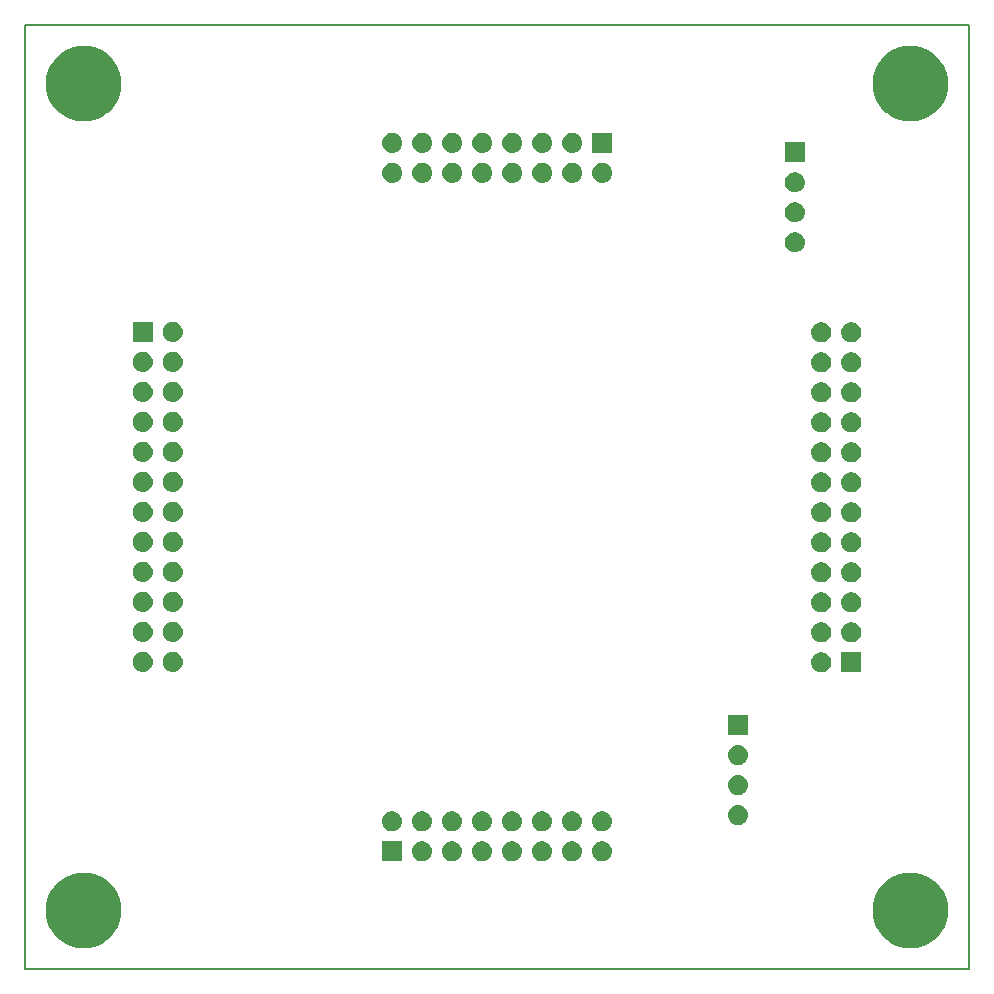
<source format=gbr>
G04 #@! TF.GenerationSoftware,KiCad,Pcbnew,5.0.2-bee76a0~70~ubuntu18.10.1*
G04 #@! TF.CreationDate,2019-01-06T00:09:58+02:00*
G04 #@! TF.ProjectId,GB-BRK-CPU-G1,47422d42-524b-42d4-9350-552d47312e6b,v1.0*
G04 #@! TF.SameCoordinates,Original*
G04 #@! TF.FileFunction,Soldermask,Bot*
G04 #@! TF.FilePolarity,Negative*
%FSLAX46Y46*%
G04 Gerber Fmt 4.6, Leading zero omitted, Abs format (unit mm)*
G04 Created by KiCad (PCBNEW 5.0.2-bee76a0~70~ubuntu18.10.1) date su  6. tammikuuta 2019 00.09.58*
%MOMM*%
%LPD*%
G01*
G04 APERTURE LIST*
%ADD10C,0.150000*%
%ADD11C,0.100000*%
G04 APERTURE END LIST*
D10*
X140000000Y-60000000D02*
X60000000Y-60000000D01*
X140000000Y-140000000D02*
X140000000Y-60000000D01*
X60000000Y-140000000D02*
X140000000Y-140000000D01*
X60000000Y-60000000D02*
X60000000Y-140000000D01*
D11*
G36*
X135469730Y-131830744D02*
X135933408Y-131922975D01*
X136515768Y-132164197D01*
X137039881Y-132514398D01*
X137485602Y-132960119D01*
X137544295Y-133047959D01*
X137835803Y-133484232D01*
X138077025Y-134066592D01*
X138169256Y-134530270D01*
X138200000Y-134684828D01*
X138200000Y-135315172D01*
X138169256Y-135469730D01*
X138077025Y-135933408D01*
X137889407Y-136386356D01*
X137835803Y-136515768D01*
X137485602Y-137039881D01*
X137039881Y-137485602D01*
X136993375Y-137516676D01*
X136515768Y-137835803D01*
X135933408Y-138077025D01*
X135469730Y-138169256D01*
X135315172Y-138200000D01*
X134684828Y-138200000D01*
X134530270Y-138169256D01*
X134066592Y-138077025D01*
X133484232Y-137835803D01*
X133006625Y-137516676D01*
X132960119Y-137485602D01*
X132514398Y-137039881D01*
X132164197Y-136515768D01*
X132110593Y-136386356D01*
X131922975Y-135933408D01*
X131830744Y-135469730D01*
X131800000Y-135315172D01*
X131800000Y-134684828D01*
X131830744Y-134530270D01*
X131922975Y-134066592D01*
X132164197Y-133484232D01*
X132455705Y-133047959D01*
X132514398Y-132960119D01*
X132960119Y-132514398D01*
X133484232Y-132164197D01*
X134066592Y-131922975D01*
X134530270Y-131830744D01*
X134684828Y-131800000D01*
X135315172Y-131800000D01*
X135469730Y-131830744D01*
X135469730Y-131830744D01*
G37*
G36*
X65469730Y-131830744D02*
X65933408Y-131922975D01*
X66515768Y-132164197D01*
X67039881Y-132514398D01*
X67485602Y-132960119D01*
X67544295Y-133047959D01*
X67835803Y-133484232D01*
X68077025Y-134066592D01*
X68169256Y-134530270D01*
X68200000Y-134684828D01*
X68200000Y-135315172D01*
X68169256Y-135469730D01*
X68077025Y-135933408D01*
X67889407Y-136386356D01*
X67835803Y-136515768D01*
X67485602Y-137039881D01*
X67039881Y-137485602D01*
X66993375Y-137516676D01*
X66515768Y-137835803D01*
X65933408Y-138077025D01*
X65469730Y-138169256D01*
X65315172Y-138200000D01*
X64684828Y-138200000D01*
X64530270Y-138169256D01*
X64066592Y-138077025D01*
X63484232Y-137835803D01*
X63006625Y-137516676D01*
X62960119Y-137485602D01*
X62514398Y-137039881D01*
X62164197Y-136515768D01*
X62110593Y-136386356D01*
X61922975Y-135933408D01*
X61830744Y-135469730D01*
X61800000Y-135315172D01*
X61800000Y-134684828D01*
X61830744Y-134530270D01*
X61922975Y-134066592D01*
X62164197Y-133484232D01*
X62455705Y-133047959D01*
X62514398Y-132960119D01*
X62960119Y-132514398D01*
X63484232Y-132164197D01*
X64066592Y-131922975D01*
X64530270Y-131830744D01*
X64684828Y-131800000D01*
X65315172Y-131800000D01*
X65469730Y-131830744D01*
X65469730Y-131830744D01*
G37*
G36*
X106506627Y-129162299D02*
X106597088Y-129189740D01*
X106666855Y-129210903D01*
X106720712Y-129239691D01*
X106814517Y-129289830D01*
X106943948Y-129396052D01*
X107050170Y-129525483D01*
X107100309Y-129619288D01*
X107129097Y-129673145D01*
X107129097Y-129673146D01*
X107177701Y-129833373D01*
X107194113Y-130000000D01*
X107177701Y-130166627D01*
X107177700Y-130166629D01*
X107129097Y-130326855D01*
X107100309Y-130380712D01*
X107050170Y-130474517D01*
X106943948Y-130603948D01*
X106814517Y-130710170D01*
X106720712Y-130760309D01*
X106666855Y-130789097D01*
X106597088Y-130810260D01*
X106506627Y-130837701D01*
X106381757Y-130850000D01*
X106298243Y-130850000D01*
X106173373Y-130837701D01*
X106082912Y-130810260D01*
X106013145Y-130789097D01*
X105959288Y-130760309D01*
X105865483Y-130710170D01*
X105736052Y-130603948D01*
X105629830Y-130474517D01*
X105579691Y-130380712D01*
X105550903Y-130326855D01*
X105502300Y-130166629D01*
X105502299Y-130166627D01*
X105485887Y-130000000D01*
X105502299Y-129833373D01*
X105550903Y-129673146D01*
X105550903Y-129673145D01*
X105579691Y-129619288D01*
X105629830Y-129525483D01*
X105736052Y-129396052D01*
X105865483Y-129289830D01*
X105959288Y-129239691D01*
X106013145Y-129210903D01*
X106082912Y-129189740D01*
X106173373Y-129162299D01*
X106298243Y-129150000D01*
X106381757Y-129150000D01*
X106506627Y-129162299D01*
X106506627Y-129162299D01*
G37*
G36*
X98886627Y-129162299D02*
X98977088Y-129189740D01*
X99046855Y-129210903D01*
X99100712Y-129239691D01*
X99194517Y-129289830D01*
X99323948Y-129396052D01*
X99430170Y-129525483D01*
X99480309Y-129619288D01*
X99509097Y-129673145D01*
X99509097Y-129673146D01*
X99557701Y-129833373D01*
X99574113Y-130000000D01*
X99557701Y-130166627D01*
X99557700Y-130166629D01*
X99509097Y-130326855D01*
X99480309Y-130380712D01*
X99430170Y-130474517D01*
X99323948Y-130603948D01*
X99194517Y-130710170D01*
X99100712Y-130760309D01*
X99046855Y-130789097D01*
X98977088Y-130810260D01*
X98886627Y-130837701D01*
X98761757Y-130850000D01*
X98678243Y-130850000D01*
X98553373Y-130837701D01*
X98462912Y-130810260D01*
X98393145Y-130789097D01*
X98339288Y-130760309D01*
X98245483Y-130710170D01*
X98116052Y-130603948D01*
X98009830Y-130474517D01*
X97959691Y-130380712D01*
X97930903Y-130326855D01*
X97882300Y-130166629D01*
X97882299Y-130166627D01*
X97865887Y-130000000D01*
X97882299Y-129833373D01*
X97930903Y-129673146D01*
X97930903Y-129673145D01*
X97959691Y-129619288D01*
X98009830Y-129525483D01*
X98116052Y-129396052D01*
X98245483Y-129289830D01*
X98339288Y-129239691D01*
X98393145Y-129210903D01*
X98462912Y-129189740D01*
X98553373Y-129162299D01*
X98678243Y-129150000D01*
X98761757Y-129150000D01*
X98886627Y-129162299D01*
X98886627Y-129162299D01*
G37*
G36*
X93806627Y-129162299D02*
X93897088Y-129189740D01*
X93966855Y-129210903D01*
X94020712Y-129239691D01*
X94114517Y-129289830D01*
X94243948Y-129396052D01*
X94350170Y-129525483D01*
X94400309Y-129619288D01*
X94429097Y-129673145D01*
X94429097Y-129673146D01*
X94477701Y-129833373D01*
X94494113Y-130000000D01*
X94477701Y-130166627D01*
X94477700Y-130166629D01*
X94429097Y-130326855D01*
X94400309Y-130380712D01*
X94350170Y-130474517D01*
X94243948Y-130603948D01*
X94114517Y-130710170D01*
X94020712Y-130760309D01*
X93966855Y-130789097D01*
X93897088Y-130810260D01*
X93806627Y-130837701D01*
X93681757Y-130850000D01*
X93598243Y-130850000D01*
X93473373Y-130837701D01*
X93382912Y-130810260D01*
X93313145Y-130789097D01*
X93259288Y-130760309D01*
X93165483Y-130710170D01*
X93036052Y-130603948D01*
X92929830Y-130474517D01*
X92879691Y-130380712D01*
X92850903Y-130326855D01*
X92802300Y-130166629D01*
X92802299Y-130166627D01*
X92785887Y-130000000D01*
X92802299Y-129833373D01*
X92850903Y-129673146D01*
X92850903Y-129673145D01*
X92879691Y-129619288D01*
X92929830Y-129525483D01*
X93036052Y-129396052D01*
X93165483Y-129289830D01*
X93259288Y-129239691D01*
X93313145Y-129210903D01*
X93382912Y-129189740D01*
X93473373Y-129162299D01*
X93598243Y-129150000D01*
X93681757Y-129150000D01*
X93806627Y-129162299D01*
X93806627Y-129162299D01*
G37*
G36*
X96346627Y-129162299D02*
X96437088Y-129189740D01*
X96506855Y-129210903D01*
X96560712Y-129239691D01*
X96654517Y-129289830D01*
X96783948Y-129396052D01*
X96890170Y-129525483D01*
X96940309Y-129619288D01*
X96969097Y-129673145D01*
X96969097Y-129673146D01*
X97017701Y-129833373D01*
X97034113Y-130000000D01*
X97017701Y-130166627D01*
X97017700Y-130166629D01*
X96969097Y-130326855D01*
X96940309Y-130380712D01*
X96890170Y-130474517D01*
X96783948Y-130603948D01*
X96654517Y-130710170D01*
X96560712Y-130760309D01*
X96506855Y-130789097D01*
X96437088Y-130810260D01*
X96346627Y-130837701D01*
X96221757Y-130850000D01*
X96138243Y-130850000D01*
X96013373Y-130837701D01*
X95922912Y-130810260D01*
X95853145Y-130789097D01*
X95799288Y-130760309D01*
X95705483Y-130710170D01*
X95576052Y-130603948D01*
X95469830Y-130474517D01*
X95419691Y-130380712D01*
X95390903Y-130326855D01*
X95342300Y-130166629D01*
X95342299Y-130166627D01*
X95325887Y-130000000D01*
X95342299Y-129833373D01*
X95390903Y-129673146D01*
X95390903Y-129673145D01*
X95419691Y-129619288D01*
X95469830Y-129525483D01*
X95576052Y-129396052D01*
X95705483Y-129289830D01*
X95799288Y-129239691D01*
X95853145Y-129210903D01*
X95922912Y-129189740D01*
X96013373Y-129162299D01*
X96138243Y-129150000D01*
X96221757Y-129150000D01*
X96346627Y-129162299D01*
X96346627Y-129162299D01*
G37*
G36*
X91950000Y-130850000D02*
X90250000Y-130850000D01*
X90250000Y-129150000D01*
X91950000Y-129150000D01*
X91950000Y-130850000D01*
X91950000Y-130850000D01*
G37*
G36*
X101426627Y-129162299D02*
X101517088Y-129189740D01*
X101586855Y-129210903D01*
X101640712Y-129239691D01*
X101734517Y-129289830D01*
X101863948Y-129396052D01*
X101970170Y-129525483D01*
X102020309Y-129619288D01*
X102049097Y-129673145D01*
X102049097Y-129673146D01*
X102097701Y-129833373D01*
X102114113Y-130000000D01*
X102097701Y-130166627D01*
X102097700Y-130166629D01*
X102049097Y-130326855D01*
X102020309Y-130380712D01*
X101970170Y-130474517D01*
X101863948Y-130603948D01*
X101734517Y-130710170D01*
X101640712Y-130760309D01*
X101586855Y-130789097D01*
X101517088Y-130810260D01*
X101426627Y-130837701D01*
X101301757Y-130850000D01*
X101218243Y-130850000D01*
X101093373Y-130837701D01*
X101002912Y-130810260D01*
X100933145Y-130789097D01*
X100879288Y-130760309D01*
X100785483Y-130710170D01*
X100656052Y-130603948D01*
X100549830Y-130474517D01*
X100499691Y-130380712D01*
X100470903Y-130326855D01*
X100422300Y-130166629D01*
X100422299Y-130166627D01*
X100405887Y-130000000D01*
X100422299Y-129833373D01*
X100470903Y-129673146D01*
X100470903Y-129673145D01*
X100499691Y-129619288D01*
X100549830Y-129525483D01*
X100656052Y-129396052D01*
X100785483Y-129289830D01*
X100879288Y-129239691D01*
X100933145Y-129210903D01*
X101002912Y-129189740D01*
X101093373Y-129162299D01*
X101218243Y-129150000D01*
X101301757Y-129150000D01*
X101426627Y-129162299D01*
X101426627Y-129162299D01*
G37*
G36*
X109046627Y-129162299D02*
X109137088Y-129189740D01*
X109206855Y-129210903D01*
X109260712Y-129239691D01*
X109354517Y-129289830D01*
X109483948Y-129396052D01*
X109590170Y-129525483D01*
X109640309Y-129619288D01*
X109669097Y-129673145D01*
X109669097Y-129673146D01*
X109717701Y-129833373D01*
X109734113Y-130000000D01*
X109717701Y-130166627D01*
X109717700Y-130166629D01*
X109669097Y-130326855D01*
X109640309Y-130380712D01*
X109590170Y-130474517D01*
X109483948Y-130603948D01*
X109354517Y-130710170D01*
X109260712Y-130760309D01*
X109206855Y-130789097D01*
X109137088Y-130810260D01*
X109046627Y-130837701D01*
X108921757Y-130850000D01*
X108838243Y-130850000D01*
X108713373Y-130837701D01*
X108622912Y-130810260D01*
X108553145Y-130789097D01*
X108499288Y-130760309D01*
X108405483Y-130710170D01*
X108276052Y-130603948D01*
X108169830Y-130474517D01*
X108119691Y-130380712D01*
X108090903Y-130326855D01*
X108042300Y-130166629D01*
X108042299Y-130166627D01*
X108025887Y-130000000D01*
X108042299Y-129833373D01*
X108090903Y-129673146D01*
X108090903Y-129673145D01*
X108119691Y-129619288D01*
X108169830Y-129525483D01*
X108276052Y-129396052D01*
X108405483Y-129289830D01*
X108499288Y-129239691D01*
X108553145Y-129210903D01*
X108622912Y-129189740D01*
X108713373Y-129162299D01*
X108838243Y-129150000D01*
X108921757Y-129150000D01*
X109046627Y-129162299D01*
X109046627Y-129162299D01*
G37*
G36*
X103966627Y-129162299D02*
X104057088Y-129189740D01*
X104126855Y-129210903D01*
X104180712Y-129239691D01*
X104274517Y-129289830D01*
X104403948Y-129396052D01*
X104510170Y-129525483D01*
X104560309Y-129619288D01*
X104589097Y-129673145D01*
X104589097Y-129673146D01*
X104637701Y-129833373D01*
X104654113Y-130000000D01*
X104637701Y-130166627D01*
X104637700Y-130166629D01*
X104589097Y-130326855D01*
X104560309Y-130380712D01*
X104510170Y-130474517D01*
X104403948Y-130603948D01*
X104274517Y-130710170D01*
X104180712Y-130760309D01*
X104126855Y-130789097D01*
X104057088Y-130810260D01*
X103966627Y-130837701D01*
X103841757Y-130850000D01*
X103758243Y-130850000D01*
X103633373Y-130837701D01*
X103542912Y-130810260D01*
X103473145Y-130789097D01*
X103419288Y-130760309D01*
X103325483Y-130710170D01*
X103196052Y-130603948D01*
X103089830Y-130474517D01*
X103039691Y-130380712D01*
X103010903Y-130326855D01*
X102962300Y-130166629D01*
X102962299Y-130166627D01*
X102945887Y-130000000D01*
X102962299Y-129833373D01*
X103010903Y-129673146D01*
X103010903Y-129673145D01*
X103039691Y-129619288D01*
X103089830Y-129525483D01*
X103196052Y-129396052D01*
X103325483Y-129289830D01*
X103419288Y-129239691D01*
X103473145Y-129210903D01*
X103542912Y-129189740D01*
X103633373Y-129162299D01*
X103758243Y-129150000D01*
X103841757Y-129150000D01*
X103966627Y-129162299D01*
X103966627Y-129162299D01*
G37*
G36*
X91266627Y-126622299D02*
X91357088Y-126649740D01*
X91426855Y-126670903D01*
X91480712Y-126699691D01*
X91574517Y-126749830D01*
X91703948Y-126856052D01*
X91810170Y-126985483D01*
X91860309Y-127079288D01*
X91889097Y-127133145D01*
X91889097Y-127133146D01*
X91937701Y-127293373D01*
X91954113Y-127460000D01*
X91937701Y-127626627D01*
X91936626Y-127630170D01*
X91889097Y-127786855D01*
X91860309Y-127840712D01*
X91810170Y-127934517D01*
X91703948Y-128063948D01*
X91574517Y-128170170D01*
X91480712Y-128220309D01*
X91426855Y-128249097D01*
X91357088Y-128270260D01*
X91266627Y-128297701D01*
X91141757Y-128310000D01*
X91058243Y-128310000D01*
X90933373Y-128297701D01*
X90842912Y-128270260D01*
X90773145Y-128249097D01*
X90719288Y-128220309D01*
X90625483Y-128170170D01*
X90496052Y-128063948D01*
X90389830Y-127934517D01*
X90339691Y-127840712D01*
X90310903Y-127786855D01*
X90263374Y-127630170D01*
X90262299Y-127626627D01*
X90245887Y-127460000D01*
X90262299Y-127293373D01*
X90310903Y-127133146D01*
X90310903Y-127133145D01*
X90339691Y-127079288D01*
X90389830Y-126985483D01*
X90496052Y-126856052D01*
X90625483Y-126749830D01*
X90719288Y-126699691D01*
X90773145Y-126670903D01*
X90842912Y-126649740D01*
X90933373Y-126622299D01*
X91058243Y-126610000D01*
X91141757Y-126610000D01*
X91266627Y-126622299D01*
X91266627Y-126622299D01*
G37*
G36*
X103966627Y-126622299D02*
X104057088Y-126649740D01*
X104126855Y-126670903D01*
X104180712Y-126699691D01*
X104274517Y-126749830D01*
X104403948Y-126856052D01*
X104510170Y-126985483D01*
X104560309Y-127079288D01*
X104589097Y-127133145D01*
X104589097Y-127133146D01*
X104637701Y-127293373D01*
X104654113Y-127460000D01*
X104637701Y-127626627D01*
X104636626Y-127630170D01*
X104589097Y-127786855D01*
X104560309Y-127840712D01*
X104510170Y-127934517D01*
X104403948Y-128063948D01*
X104274517Y-128170170D01*
X104180712Y-128220309D01*
X104126855Y-128249097D01*
X104057088Y-128270260D01*
X103966627Y-128297701D01*
X103841757Y-128310000D01*
X103758243Y-128310000D01*
X103633373Y-128297701D01*
X103542912Y-128270260D01*
X103473145Y-128249097D01*
X103419288Y-128220309D01*
X103325483Y-128170170D01*
X103196052Y-128063948D01*
X103089830Y-127934517D01*
X103039691Y-127840712D01*
X103010903Y-127786855D01*
X102963374Y-127630170D01*
X102962299Y-127626627D01*
X102945887Y-127460000D01*
X102962299Y-127293373D01*
X103010903Y-127133146D01*
X103010903Y-127133145D01*
X103039691Y-127079288D01*
X103089830Y-126985483D01*
X103196052Y-126856052D01*
X103325483Y-126749830D01*
X103419288Y-126699691D01*
X103473145Y-126670903D01*
X103542912Y-126649740D01*
X103633373Y-126622299D01*
X103758243Y-126610000D01*
X103841757Y-126610000D01*
X103966627Y-126622299D01*
X103966627Y-126622299D01*
G37*
G36*
X93806627Y-126622299D02*
X93897088Y-126649740D01*
X93966855Y-126670903D01*
X94020712Y-126699691D01*
X94114517Y-126749830D01*
X94243948Y-126856052D01*
X94350170Y-126985483D01*
X94400309Y-127079288D01*
X94429097Y-127133145D01*
X94429097Y-127133146D01*
X94477701Y-127293373D01*
X94494113Y-127460000D01*
X94477701Y-127626627D01*
X94476626Y-127630170D01*
X94429097Y-127786855D01*
X94400309Y-127840712D01*
X94350170Y-127934517D01*
X94243948Y-128063948D01*
X94114517Y-128170170D01*
X94020712Y-128220309D01*
X93966855Y-128249097D01*
X93897088Y-128270260D01*
X93806627Y-128297701D01*
X93681757Y-128310000D01*
X93598243Y-128310000D01*
X93473373Y-128297701D01*
X93382912Y-128270260D01*
X93313145Y-128249097D01*
X93259288Y-128220309D01*
X93165483Y-128170170D01*
X93036052Y-128063948D01*
X92929830Y-127934517D01*
X92879691Y-127840712D01*
X92850903Y-127786855D01*
X92803374Y-127630170D01*
X92802299Y-127626627D01*
X92785887Y-127460000D01*
X92802299Y-127293373D01*
X92850903Y-127133146D01*
X92850903Y-127133145D01*
X92879691Y-127079288D01*
X92929830Y-126985483D01*
X93036052Y-126856052D01*
X93165483Y-126749830D01*
X93259288Y-126699691D01*
X93313145Y-126670903D01*
X93382912Y-126649740D01*
X93473373Y-126622299D01*
X93598243Y-126610000D01*
X93681757Y-126610000D01*
X93806627Y-126622299D01*
X93806627Y-126622299D01*
G37*
G36*
X96346627Y-126622299D02*
X96437088Y-126649740D01*
X96506855Y-126670903D01*
X96560712Y-126699691D01*
X96654517Y-126749830D01*
X96783948Y-126856052D01*
X96890170Y-126985483D01*
X96940309Y-127079288D01*
X96969097Y-127133145D01*
X96969097Y-127133146D01*
X97017701Y-127293373D01*
X97034113Y-127460000D01*
X97017701Y-127626627D01*
X97016626Y-127630170D01*
X96969097Y-127786855D01*
X96940309Y-127840712D01*
X96890170Y-127934517D01*
X96783948Y-128063948D01*
X96654517Y-128170170D01*
X96560712Y-128220309D01*
X96506855Y-128249097D01*
X96437088Y-128270260D01*
X96346627Y-128297701D01*
X96221757Y-128310000D01*
X96138243Y-128310000D01*
X96013373Y-128297701D01*
X95922912Y-128270260D01*
X95853145Y-128249097D01*
X95799288Y-128220309D01*
X95705483Y-128170170D01*
X95576052Y-128063948D01*
X95469830Y-127934517D01*
X95419691Y-127840712D01*
X95390903Y-127786855D01*
X95343374Y-127630170D01*
X95342299Y-127626627D01*
X95325887Y-127460000D01*
X95342299Y-127293373D01*
X95390903Y-127133146D01*
X95390903Y-127133145D01*
X95419691Y-127079288D01*
X95469830Y-126985483D01*
X95576052Y-126856052D01*
X95705483Y-126749830D01*
X95799288Y-126699691D01*
X95853145Y-126670903D01*
X95922912Y-126649740D01*
X96013373Y-126622299D01*
X96138243Y-126610000D01*
X96221757Y-126610000D01*
X96346627Y-126622299D01*
X96346627Y-126622299D01*
G37*
G36*
X98886627Y-126622299D02*
X98977088Y-126649740D01*
X99046855Y-126670903D01*
X99100712Y-126699691D01*
X99194517Y-126749830D01*
X99323948Y-126856052D01*
X99430170Y-126985483D01*
X99480309Y-127079288D01*
X99509097Y-127133145D01*
X99509097Y-127133146D01*
X99557701Y-127293373D01*
X99574113Y-127460000D01*
X99557701Y-127626627D01*
X99556626Y-127630170D01*
X99509097Y-127786855D01*
X99480309Y-127840712D01*
X99430170Y-127934517D01*
X99323948Y-128063948D01*
X99194517Y-128170170D01*
X99100712Y-128220309D01*
X99046855Y-128249097D01*
X98977088Y-128270260D01*
X98886627Y-128297701D01*
X98761757Y-128310000D01*
X98678243Y-128310000D01*
X98553373Y-128297701D01*
X98462912Y-128270260D01*
X98393145Y-128249097D01*
X98339288Y-128220309D01*
X98245483Y-128170170D01*
X98116052Y-128063948D01*
X98009830Y-127934517D01*
X97959691Y-127840712D01*
X97930903Y-127786855D01*
X97883374Y-127630170D01*
X97882299Y-127626627D01*
X97865887Y-127460000D01*
X97882299Y-127293373D01*
X97930903Y-127133146D01*
X97930903Y-127133145D01*
X97959691Y-127079288D01*
X98009830Y-126985483D01*
X98116052Y-126856052D01*
X98245483Y-126749830D01*
X98339288Y-126699691D01*
X98393145Y-126670903D01*
X98462912Y-126649740D01*
X98553373Y-126622299D01*
X98678243Y-126610000D01*
X98761757Y-126610000D01*
X98886627Y-126622299D01*
X98886627Y-126622299D01*
G37*
G36*
X101426627Y-126622299D02*
X101517088Y-126649740D01*
X101586855Y-126670903D01*
X101640712Y-126699691D01*
X101734517Y-126749830D01*
X101863948Y-126856052D01*
X101970170Y-126985483D01*
X102020309Y-127079288D01*
X102049097Y-127133145D01*
X102049097Y-127133146D01*
X102097701Y-127293373D01*
X102114113Y-127460000D01*
X102097701Y-127626627D01*
X102096626Y-127630170D01*
X102049097Y-127786855D01*
X102020309Y-127840712D01*
X101970170Y-127934517D01*
X101863948Y-128063948D01*
X101734517Y-128170170D01*
X101640712Y-128220309D01*
X101586855Y-128249097D01*
X101517088Y-128270260D01*
X101426627Y-128297701D01*
X101301757Y-128310000D01*
X101218243Y-128310000D01*
X101093373Y-128297701D01*
X101002912Y-128270260D01*
X100933145Y-128249097D01*
X100879288Y-128220309D01*
X100785483Y-128170170D01*
X100656052Y-128063948D01*
X100549830Y-127934517D01*
X100499691Y-127840712D01*
X100470903Y-127786855D01*
X100423374Y-127630170D01*
X100422299Y-127626627D01*
X100405887Y-127460000D01*
X100422299Y-127293373D01*
X100470903Y-127133146D01*
X100470903Y-127133145D01*
X100499691Y-127079288D01*
X100549830Y-126985483D01*
X100656052Y-126856052D01*
X100785483Y-126749830D01*
X100879288Y-126699691D01*
X100933145Y-126670903D01*
X101002912Y-126649740D01*
X101093373Y-126622299D01*
X101218243Y-126610000D01*
X101301757Y-126610000D01*
X101426627Y-126622299D01*
X101426627Y-126622299D01*
G37*
G36*
X106506627Y-126622299D02*
X106597088Y-126649740D01*
X106666855Y-126670903D01*
X106720712Y-126699691D01*
X106814517Y-126749830D01*
X106943948Y-126856052D01*
X107050170Y-126985483D01*
X107100309Y-127079288D01*
X107129097Y-127133145D01*
X107129097Y-127133146D01*
X107177701Y-127293373D01*
X107194113Y-127460000D01*
X107177701Y-127626627D01*
X107176626Y-127630170D01*
X107129097Y-127786855D01*
X107100309Y-127840712D01*
X107050170Y-127934517D01*
X106943948Y-128063948D01*
X106814517Y-128170170D01*
X106720712Y-128220309D01*
X106666855Y-128249097D01*
X106597088Y-128270260D01*
X106506627Y-128297701D01*
X106381757Y-128310000D01*
X106298243Y-128310000D01*
X106173373Y-128297701D01*
X106082912Y-128270260D01*
X106013145Y-128249097D01*
X105959288Y-128220309D01*
X105865483Y-128170170D01*
X105736052Y-128063948D01*
X105629830Y-127934517D01*
X105579691Y-127840712D01*
X105550903Y-127786855D01*
X105503374Y-127630170D01*
X105502299Y-127626627D01*
X105485887Y-127460000D01*
X105502299Y-127293373D01*
X105550903Y-127133146D01*
X105550903Y-127133145D01*
X105579691Y-127079288D01*
X105629830Y-126985483D01*
X105736052Y-126856052D01*
X105865483Y-126749830D01*
X105959288Y-126699691D01*
X106013145Y-126670903D01*
X106082912Y-126649740D01*
X106173373Y-126622299D01*
X106298243Y-126610000D01*
X106381757Y-126610000D01*
X106506627Y-126622299D01*
X106506627Y-126622299D01*
G37*
G36*
X109046627Y-126622299D02*
X109137088Y-126649740D01*
X109206855Y-126670903D01*
X109260712Y-126699691D01*
X109354517Y-126749830D01*
X109483948Y-126856052D01*
X109590170Y-126985483D01*
X109640309Y-127079288D01*
X109669097Y-127133145D01*
X109669097Y-127133146D01*
X109717701Y-127293373D01*
X109734113Y-127460000D01*
X109717701Y-127626627D01*
X109716626Y-127630170D01*
X109669097Y-127786855D01*
X109640309Y-127840712D01*
X109590170Y-127934517D01*
X109483948Y-128063948D01*
X109354517Y-128170170D01*
X109260712Y-128220309D01*
X109206855Y-128249097D01*
X109137088Y-128270260D01*
X109046627Y-128297701D01*
X108921757Y-128310000D01*
X108838243Y-128310000D01*
X108713373Y-128297701D01*
X108622912Y-128270260D01*
X108553145Y-128249097D01*
X108499288Y-128220309D01*
X108405483Y-128170170D01*
X108276052Y-128063948D01*
X108169830Y-127934517D01*
X108119691Y-127840712D01*
X108090903Y-127786855D01*
X108043374Y-127630170D01*
X108042299Y-127626627D01*
X108025887Y-127460000D01*
X108042299Y-127293373D01*
X108090903Y-127133146D01*
X108090903Y-127133145D01*
X108119691Y-127079288D01*
X108169830Y-126985483D01*
X108276052Y-126856052D01*
X108405483Y-126749830D01*
X108499288Y-126699691D01*
X108553145Y-126670903D01*
X108622912Y-126649740D01*
X108713373Y-126622299D01*
X108838243Y-126610000D01*
X108921757Y-126610000D01*
X109046627Y-126622299D01*
X109046627Y-126622299D01*
G37*
G36*
X120566627Y-126082299D02*
X120657088Y-126109740D01*
X120726855Y-126130903D01*
X120780712Y-126159691D01*
X120874517Y-126209830D01*
X121003948Y-126316052D01*
X121110170Y-126445483D01*
X121160309Y-126539288D01*
X121189097Y-126593145D01*
X121197941Y-126622300D01*
X121237701Y-126753373D01*
X121254113Y-126920000D01*
X121237701Y-127086627D01*
X121237700Y-127086629D01*
X121189097Y-127246855D01*
X121164233Y-127293371D01*
X121110170Y-127394517D01*
X121003948Y-127523948D01*
X120874517Y-127630170D01*
X120780712Y-127680309D01*
X120726855Y-127709097D01*
X120657088Y-127730260D01*
X120566627Y-127757701D01*
X120441757Y-127770000D01*
X120358243Y-127770000D01*
X120233373Y-127757701D01*
X120142912Y-127730260D01*
X120073145Y-127709097D01*
X120019288Y-127680309D01*
X119925483Y-127630170D01*
X119796052Y-127523948D01*
X119689830Y-127394517D01*
X119635767Y-127293371D01*
X119610903Y-127246855D01*
X119562300Y-127086629D01*
X119562299Y-127086627D01*
X119545887Y-126920000D01*
X119562299Y-126753373D01*
X119602059Y-126622300D01*
X119610903Y-126593145D01*
X119639691Y-126539288D01*
X119689830Y-126445483D01*
X119796052Y-126316052D01*
X119925483Y-126209830D01*
X120019288Y-126159691D01*
X120073145Y-126130903D01*
X120142912Y-126109740D01*
X120233373Y-126082299D01*
X120358243Y-126070000D01*
X120441757Y-126070000D01*
X120566627Y-126082299D01*
X120566627Y-126082299D01*
G37*
G36*
X120566627Y-123542299D02*
X120657088Y-123569740D01*
X120726855Y-123590903D01*
X120780712Y-123619691D01*
X120874517Y-123669830D01*
X121003948Y-123776052D01*
X121110170Y-123905483D01*
X121160309Y-123999288D01*
X121189097Y-124053145D01*
X121189097Y-124053146D01*
X121237701Y-124213373D01*
X121254113Y-124380000D01*
X121237701Y-124546627D01*
X121237700Y-124546629D01*
X121189097Y-124706855D01*
X121160309Y-124760712D01*
X121110170Y-124854517D01*
X121003948Y-124983948D01*
X120874517Y-125090170D01*
X120780712Y-125140309D01*
X120726855Y-125169097D01*
X120657088Y-125190260D01*
X120566627Y-125217701D01*
X120441757Y-125230000D01*
X120358243Y-125230000D01*
X120233373Y-125217701D01*
X120142912Y-125190260D01*
X120073145Y-125169097D01*
X120019288Y-125140309D01*
X119925483Y-125090170D01*
X119796052Y-124983948D01*
X119689830Y-124854517D01*
X119639691Y-124760712D01*
X119610903Y-124706855D01*
X119562300Y-124546629D01*
X119562299Y-124546627D01*
X119545887Y-124380000D01*
X119562299Y-124213373D01*
X119610903Y-124053146D01*
X119610903Y-124053145D01*
X119639691Y-123999288D01*
X119689830Y-123905483D01*
X119796052Y-123776052D01*
X119925483Y-123669830D01*
X120019288Y-123619691D01*
X120073145Y-123590903D01*
X120142912Y-123569740D01*
X120233373Y-123542299D01*
X120358243Y-123530000D01*
X120441757Y-123530000D01*
X120566627Y-123542299D01*
X120566627Y-123542299D01*
G37*
G36*
X120566627Y-121002299D02*
X120657088Y-121029740D01*
X120726855Y-121050903D01*
X120780712Y-121079691D01*
X120874517Y-121129830D01*
X121003948Y-121236052D01*
X121110170Y-121365483D01*
X121160309Y-121459288D01*
X121189097Y-121513145D01*
X121189097Y-121513146D01*
X121237701Y-121673373D01*
X121254113Y-121840000D01*
X121237701Y-122006627D01*
X121237700Y-122006629D01*
X121189097Y-122166855D01*
X121160309Y-122220712D01*
X121110170Y-122314517D01*
X121003948Y-122443948D01*
X120874517Y-122550170D01*
X120780712Y-122600309D01*
X120726855Y-122629097D01*
X120657088Y-122650260D01*
X120566627Y-122677701D01*
X120441757Y-122690000D01*
X120358243Y-122690000D01*
X120233373Y-122677701D01*
X120142912Y-122650260D01*
X120073145Y-122629097D01*
X120019288Y-122600309D01*
X119925483Y-122550170D01*
X119796052Y-122443948D01*
X119689830Y-122314517D01*
X119639691Y-122220712D01*
X119610903Y-122166855D01*
X119562300Y-122006629D01*
X119562299Y-122006627D01*
X119545887Y-121840000D01*
X119562299Y-121673373D01*
X119610903Y-121513146D01*
X119610903Y-121513145D01*
X119639691Y-121459288D01*
X119689830Y-121365483D01*
X119796052Y-121236052D01*
X119925483Y-121129830D01*
X120019288Y-121079691D01*
X120073145Y-121050903D01*
X120142912Y-121029740D01*
X120233373Y-121002299D01*
X120358243Y-120990000D01*
X120441757Y-120990000D01*
X120566627Y-121002299D01*
X120566627Y-121002299D01*
G37*
G36*
X121250000Y-120150000D02*
X119550000Y-120150000D01*
X119550000Y-118450000D01*
X121250000Y-118450000D01*
X121250000Y-120150000D01*
X121250000Y-120150000D01*
G37*
G36*
X127626627Y-113162299D02*
X127717088Y-113189740D01*
X127786855Y-113210903D01*
X127822268Y-113229832D01*
X127934517Y-113289830D01*
X128063948Y-113396052D01*
X128170170Y-113525483D01*
X128220309Y-113619288D01*
X128249097Y-113673145D01*
X128249097Y-113673146D01*
X128297701Y-113833373D01*
X128314113Y-114000000D01*
X128297701Y-114166627D01*
X128297700Y-114166629D01*
X128249097Y-114326855D01*
X128220309Y-114380712D01*
X128170170Y-114474517D01*
X128063948Y-114603948D01*
X127934517Y-114710170D01*
X127840712Y-114760309D01*
X127786855Y-114789097D01*
X127717088Y-114810260D01*
X127626627Y-114837701D01*
X127501757Y-114850000D01*
X127418243Y-114850000D01*
X127293373Y-114837701D01*
X127202912Y-114810260D01*
X127133145Y-114789097D01*
X127079288Y-114760309D01*
X126985483Y-114710170D01*
X126856052Y-114603948D01*
X126749830Y-114474517D01*
X126699691Y-114380712D01*
X126670903Y-114326855D01*
X126622300Y-114166629D01*
X126622299Y-114166627D01*
X126605887Y-114000000D01*
X126622299Y-113833373D01*
X126670903Y-113673146D01*
X126670903Y-113673145D01*
X126699691Y-113619288D01*
X126749830Y-113525483D01*
X126856052Y-113396052D01*
X126985483Y-113289830D01*
X127097732Y-113229832D01*
X127133145Y-113210903D01*
X127202912Y-113189740D01*
X127293373Y-113162299D01*
X127418243Y-113150000D01*
X127501757Y-113150000D01*
X127626627Y-113162299D01*
X127626627Y-113162299D01*
G37*
G36*
X130850000Y-114850000D02*
X129150000Y-114850000D01*
X129150000Y-113150000D01*
X130850000Y-113150000D01*
X130850000Y-114850000D01*
X130850000Y-114850000D01*
G37*
G36*
X72706627Y-113102299D02*
X72797088Y-113129740D01*
X72866855Y-113150903D01*
X72920712Y-113179691D01*
X73014517Y-113229830D01*
X73143948Y-113336052D01*
X73250170Y-113465483D01*
X73282239Y-113525481D01*
X73329097Y-113613145D01*
X73329097Y-113613146D01*
X73377701Y-113773373D01*
X73394113Y-113940000D01*
X73377701Y-114106627D01*
X73377700Y-114106629D01*
X73329097Y-114266855D01*
X73300309Y-114320712D01*
X73250170Y-114414517D01*
X73143948Y-114543948D01*
X73014517Y-114650170D01*
X72920712Y-114700309D01*
X72866855Y-114729097D01*
X72797088Y-114750260D01*
X72706627Y-114777701D01*
X72581757Y-114790000D01*
X72498243Y-114790000D01*
X72373373Y-114777701D01*
X72282912Y-114750260D01*
X72213145Y-114729097D01*
X72159288Y-114700309D01*
X72065483Y-114650170D01*
X71936052Y-114543948D01*
X71829830Y-114414517D01*
X71779691Y-114320712D01*
X71750903Y-114266855D01*
X71702300Y-114106629D01*
X71702299Y-114106627D01*
X71685887Y-113940000D01*
X71702299Y-113773373D01*
X71750903Y-113613146D01*
X71750903Y-113613145D01*
X71797761Y-113525481D01*
X71829830Y-113465483D01*
X71936052Y-113336052D01*
X72065483Y-113229830D01*
X72159288Y-113179691D01*
X72213145Y-113150903D01*
X72282912Y-113129740D01*
X72373373Y-113102299D01*
X72498243Y-113090000D01*
X72581757Y-113090000D01*
X72706627Y-113102299D01*
X72706627Y-113102299D01*
G37*
G36*
X70166627Y-113102299D02*
X70257088Y-113129740D01*
X70326855Y-113150903D01*
X70380712Y-113179691D01*
X70474517Y-113229830D01*
X70603948Y-113336052D01*
X70710170Y-113465483D01*
X70742239Y-113525481D01*
X70789097Y-113613145D01*
X70789097Y-113613146D01*
X70837701Y-113773373D01*
X70854113Y-113940000D01*
X70837701Y-114106627D01*
X70837700Y-114106629D01*
X70789097Y-114266855D01*
X70760309Y-114320712D01*
X70710170Y-114414517D01*
X70603948Y-114543948D01*
X70474517Y-114650170D01*
X70380712Y-114700309D01*
X70326855Y-114729097D01*
X70257088Y-114750260D01*
X70166627Y-114777701D01*
X70041757Y-114790000D01*
X69958243Y-114790000D01*
X69833373Y-114777701D01*
X69742912Y-114750260D01*
X69673145Y-114729097D01*
X69619288Y-114700309D01*
X69525483Y-114650170D01*
X69396052Y-114543948D01*
X69289830Y-114414517D01*
X69239691Y-114320712D01*
X69210903Y-114266855D01*
X69162300Y-114106629D01*
X69162299Y-114106627D01*
X69145887Y-113940000D01*
X69162299Y-113773373D01*
X69210903Y-113613146D01*
X69210903Y-113613145D01*
X69257761Y-113525481D01*
X69289830Y-113465483D01*
X69396052Y-113336052D01*
X69525483Y-113229830D01*
X69619288Y-113179691D01*
X69673145Y-113150903D01*
X69742912Y-113129740D01*
X69833373Y-113102299D01*
X69958243Y-113090000D01*
X70041757Y-113090000D01*
X70166627Y-113102299D01*
X70166627Y-113102299D01*
G37*
G36*
X130166627Y-110622299D02*
X130257088Y-110649740D01*
X130326855Y-110670903D01*
X130362268Y-110689832D01*
X130474517Y-110749830D01*
X130603948Y-110856052D01*
X130710170Y-110985483D01*
X130760309Y-111079288D01*
X130789097Y-111133145D01*
X130789097Y-111133146D01*
X130837701Y-111293373D01*
X130854113Y-111460000D01*
X130837701Y-111626627D01*
X130837700Y-111626629D01*
X130789097Y-111786855D01*
X130760309Y-111840712D01*
X130710170Y-111934517D01*
X130603948Y-112063948D01*
X130474517Y-112170170D01*
X130380712Y-112220309D01*
X130326855Y-112249097D01*
X130257088Y-112270260D01*
X130166627Y-112297701D01*
X130041757Y-112310000D01*
X129958243Y-112310000D01*
X129833373Y-112297701D01*
X129742912Y-112270260D01*
X129673145Y-112249097D01*
X129619288Y-112220309D01*
X129525483Y-112170170D01*
X129396052Y-112063948D01*
X129289830Y-111934517D01*
X129239691Y-111840712D01*
X129210903Y-111786855D01*
X129162300Y-111626629D01*
X129162299Y-111626627D01*
X129145887Y-111460000D01*
X129162299Y-111293373D01*
X129210903Y-111133146D01*
X129210903Y-111133145D01*
X129239691Y-111079288D01*
X129289830Y-110985483D01*
X129396052Y-110856052D01*
X129525483Y-110749830D01*
X129637732Y-110689832D01*
X129673145Y-110670903D01*
X129742912Y-110649740D01*
X129833373Y-110622299D01*
X129958243Y-110610000D01*
X130041757Y-110610000D01*
X130166627Y-110622299D01*
X130166627Y-110622299D01*
G37*
G36*
X127626627Y-110622299D02*
X127717088Y-110649740D01*
X127786855Y-110670903D01*
X127822268Y-110689832D01*
X127934517Y-110749830D01*
X128063948Y-110856052D01*
X128170170Y-110985483D01*
X128220309Y-111079288D01*
X128249097Y-111133145D01*
X128249097Y-111133146D01*
X128297701Y-111293373D01*
X128314113Y-111460000D01*
X128297701Y-111626627D01*
X128297700Y-111626629D01*
X128249097Y-111786855D01*
X128220309Y-111840712D01*
X128170170Y-111934517D01*
X128063948Y-112063948D01*
X127934517Y-112170170D01*
X127840712Y-112220309D01*
X127786855Y-112249097D01*
X127717088Y-112270260D01*
X127626627Y-112297701D01*
X127501757Y-112310000D01*
X127418243Y-112310000D01*
X127293373Y-112297701D01*
X127202912Y-112270260D01*
X127133145Y-112249097D01*
X127079288Y-112220309D01*
X126985483Y-112170170D01*
X126856052Y-112063948D01*
X126749830Y-111934517D01*
X126699691Y-111840712D01*
X126670903Y-111786855D01*
X126622300Y-111626629D01*
X126622299Y-111626627D01*
X126605887Y-111460000D01*
X126622299Y-111293373D01*
X126670903Y-111133146D01*
X126670903Y-111133145D01*
X126699691Y-111079288D01*
X126749830Y-110985483D01*
X126856052Y-110856052D01*
X126985483Y-110749830D01*
X127097732Y-110689832D01*
X127133145Y-110670903D01*
X127202912Y-110649740D01*
X127293373Y-110622299D01*
X127418243Y-110610000D01*
X127501757Y-110610000D01*
X127626627Y-110622299D01*
X127626627Y-110622299D01*
G37*
G36*
X70166627Y-110562299D02*
X70257088Y-110589740D01*
X70326855Y-110610903D01*
X70380712Y-110639691D01*
X70474517Y-110689830D01*
X70603948Y-110796052D01*
X70710170Y-110925483D01*
X70742239Y-110985481D01*
X70789097Y-111073145D01*
X70789097Y-111073146D01*
X70837701Y-111233373D01*
X70854113Y-111400000D01*
X70837701Y-111566627D01*
X70837700Y-111566629D01*
X70789097Y-111726855D01*
X70760309Y-111780712D01*
X70710170Y-111874517D01*
X70603948Y-112003948D01*
X70474517Y-112110170D01*
X70380712Y-112160309D01*
X70326855Y-112189097D01*
X70257088Y-112210260D01*
X70166627Y-112237701D01*
X70041757Y-112250000D01*
X69958243Y-112250000D01*
X69833373Y-112237701D01*
X69742912Y-112210260D01*
X69673145Y-112189097D01*
X69619288Y-112160309D01*
X69525483Y-112110170D01*
X69396052Y-112003948D01*
X69289830Y-111874517D01*
X69239691Y-111780712D01*
X69210903Y-111726855D01*
X69162300Y-111566629D01*
X69162299Y-111566627D01*
X69145887Y-111400000D01*
X69162299Y-111233373D01*
X69210903Y-111073146D01*
X69210903Y-111073145D01*
X69257761Y-110985481D01*
X69289830Y-110925483D01*
X69396052Y-110796052D01*
X69525483Y-110689830D01*
X69619288Y-110639691D01*
X69673145Y-110610903D01*
X69742912Y-110589740D01*
X69833373Y-110562299D01*
X69958243Y-110550000D01*
X70041757Y-110550000D01*
X70166627Y-110562299D01*
X70166627Y-110562299D01*
G37*
G36*
X72706627Y-110562299D02*
X72797088Y-110589740D01*
X72866855Y-110610903D01*
X72920712Y-110639691D01*
X73014517Y-110689830D01*
X73143948Y-110796052D01*
X73250170Y-110925483D01*
X73282239Y-110985481D01*
X73329097Y-111073145D01*
X73329097Y-111073146D01*
X73377701Y-111233373D01*
X73394113Y-111400000D01*
X73377701Y-111566627D01*
X73377700Y-111566629D01*
X73329097Y-111726855D01*
X73300309Y-111780712D01*
X73250170Y-111874517D01*
X73143948Y-112003948D01*
X73014517Y-112110170D01*
X72920712Y-112160309D01*
X72866855Y-112189097D01*
X72797088Y-112210260D01*
X72706627Y-112237701D01*
X72581757Y-112250000D01*
X72498243Y-112250000D01*
X72373373Y-112237701D01*
X72282912Y-112210260D01*
X72213145Y-112189097D01*
X72159288Y-112160309D01*
X72065483Y-112110170D01*
X71936052Y-112003948D01*
X71829830Y-111874517D01*
X71779691Y-111780712D01*
X71750903Y-111726855D01*
X71702300Y-111566629D01*
X71702299Y-111566627D01*
X71685887Y-111400000D01*
X71702299Y-111233373D01*
X71750903Y-111073146D01*
X71750903Y-111073145D01*
X71797761Y-110985481D01*
X71829830Y-110925483D01*
X71936052Y-110796052D01*
X72065483Y-110689830D01*
X72159288Y-110639691D01*
X72213145Y-110610903D01*
X72282912Y-110589740D01*
X72373373Y-110562299D01*
X72498243Y-110550000D01*
X72581757Y-110550000D01*
X72706627Y-110562299D01*
X72706627Y-110562299D01*
G37*
G36*
X127626627Y-108082299D02*
X127717088Y-108109740D01*
X127786855Y-108130903D01*
X127822268Y-108149832D01*
X127934517Y-108209830D01*
X128063948Y-108316052D01*
X128170170Y-108445483D01*
X128220309Y-108539288D01*
X128249097Y-108593145D01*
X128249097Y-108593146D01*
X128297701Y-108753373D01*
X128314113Y-108920000D01*
X128297701Y-109086627D01*
X128297700Y-109086629D01*
X128249097Y-109246855D01*
X128220309Y-109300712D01*
X128170170Y-109394517D01*
X128063948Y-109523948D01*
X127934517Y-109630170D01*
X127840712Y-109680309D01*
X127786855Y-109709097D01*
X127717088Y-109730260D01*
X127626627Y-109757701D01*
X127501757Y-109770000D01*
X127418243Y-109770000D01*
X127293373Y-109757701D01*
X127202912Y-109730260D01*
X127133145Y-109709097D01*
X127079288Y-109680309D01*
X126985483Y-109630170D01*
X126856052Y-109523948D01*
X126749830Y-109394517D01*
X126699691Y-109300712D01*
X126670903Y-109246855D01*
X126622300Y-109086629D01*
X126622299Y-109086627D01*
X126605887Y-108920000D01*
X126622299Y-108753373D01*
X126670903Y-108593146D01*
X126670903Y-108593145D01*
X126699691Y-108539288D01*
X126749830Y-108445483D01*
X126856052Y-108316052D01*
X126985483Y-108209830D01*
X127097732Y-108149832D01*
X127133145Y-108130903D01*
X127202912Y-108109740D01*
X127293373Y-108082299D01*
X127418243Y-108070000D01*
X127501757Y-108070000D01*
X127626627Y-108082299D01*
X127626627Y-108082299D01*
G37*
G36*
X130166627Y-108082299D02*
X130257088Y-108109740D01*
X130326855Y-108130903D01*
X130362268Y-108149832D01*
X130474517Y-108209830D01*
X130603948Y-108316052D01*
X130710170Y-108445483D01*
X130760309Y-108539288D01*
X130789097Y-108593145D01*
X130789097Y-108593146D01*
X130837701Y-108753373D01*
X130854113Y-108920000D01*
X130837701Y-109086627D01*
X130837700Y-109086629D01*
X130789097Y-109246855D01*
X130760309Y-109300712D01*
X130710170Y-109394517D01*
X130603948Y-109523948D01*
X130474517Y-109630170D01*
X130380712Y-109680309D01*
X130326855Y-109709097D01*
X130257088Y-109730260D01*
X130166627Y-109757701D01*
X130041757Y-109770000D01*
X129958243Y-109770000D01*
X129833373Y-109757701D01*
X129742912Y-109730260D01*
X129673145Y-109709097D01*
X129619288Y-109680309D01*
X129525483Y-109630170D01*
X129396052Y-109523948D01*
X129289830Y-109394517D01*
X129239691Y-109300712D01*
X129210903Y-109246855D01*
X129162300Y-109086629D01*
X129162299Y-109086627D01*
X129145887Y-108920000D01*
X129162299Y-108753373D01*
X129210903Y-108593146D01*
X129210903Y-108593145D01*
X129239691Y-108539288D01*
X129289830Y-108445483D01*
X129396052Y-108316052D01*
X129525483Y-108209830D01*
X129637732Y-108149832D01*
X129673145Y-108130903D01*
X129742912Y-108109740D01*
X129833373Y-108082299D01*
X129958243Y-108070000D01*
X130041757Y-108070000D01*
X130166627Y-108082299D01*
X130166627Y-108082299D01*
G37*
G36*
X70166627Y-108022299D02*
X70257088Y-108049740D01*
X70326855Y-108070903D01*
X70380712Y-108099691D01*
X70474517Y-108149830D01*
X70603948Y-108256052D01*
X70710170Y-108385483D01*
X70742239Y-108445481D01*
X70789097Y-108533145D01*
X70789097Y-108533146D01*
X70837701Y-108693373D01*
X70854113Y-108860000D01*
X70837701Y-109026627D01*
X70837700Y-109026629D01*
X70789097Y-109186855D01*
X70760309Y-109240712D01*
X70710170Y-109334517D01*
X70603948Y-109463948D01*
X70474517Y-109570170D01*
X70380712Y-109620309D01*
X70326855Y-109649097D01*
X70257088Y-109670260D01*
X70166627Y-109697701D01*
X70041757Y-109710000D01*
X69958243Y-109710000D01*
X69833373Y-109697701D01*
X69742912Y-109670260D01*
X69673145Y-109649097D01*
X69619288Y-109620309D01*
X69525483Y-109570170D01*
X69396052Y-109463948D01*
X69289830Y-109334517D01*
X69239691Y-109240712D01*
X69210903Y-109186855D01*
X69162300Y-109026629D01*
X69162299Y-109026627D01*
X69145887Y-108860000D01*
X69162299Y-108693373D01*
X69210903Y-108533146D01*
X69210903Y-108533145D01*
X69257761Y-108445481D01*
X69289830Y-108385483D01*
X69396052Y-108256052D01*
X69525483Y-108149830D01*
X69619288Y-108099691D01*
X69673145Y-108070903D01*
X69742912Y-108049740D01*
X69833373Y-108022299D01*
X69958243Y-108010000D01*
X70041757Y-108010000D01*
X70166627Y-108022299D01*
X70166627Y-108022299D01*
G37*
G36*
X72706627Y-108022299D02*
X72797088Y-108049740D01*
X72866855Y-108070903D01*
X72920712Y-108099691D01*
X73014517Y-108149830D01*
X73143948Y-108256052D01*
X73250170Y-108385483D01*
X73282239Y-108445481D01*
X73329097Y-108533145D01*
X73329097Y-108533146D01*
X73377701Y-108693373D01*
X73394113Y-108860000D01*
X73377701Y-109026627D01*
X73377700Y-109026629D01*
X73329097Y-109186855D01*
X73300309Y-109240712D01*
X73250170Y-109334517D01*
X73143948Y-109463948D01*
X73014517Y-109570170D01*
X72920712Y-109620309D01*
X72866855Y-109649097D01*
X72797088Y-109670260D01*
X72706627Y-109697701D01*
X72581757Y-109710000D01*
X72498243Y-109710000D01*
X72373373Y-109697701D01*
X72282912Y-109670260D01*
X72213145Y-109649097D01*
X72159288Y-109620309D01*
X72065483Y-109570170D01*
X71936052Y-109463948D01*
X71829830Y-109334517D01*
X71779691Y-109240712D01*
X71750903Y-109186855D01*
X71702300Y-109026629D01*
X71702299Y-109026627D01*
X71685887Y-108860000D01*
X71702299Y-108693373D01*
X71750903Y-108533146D01*
X71750903Y-108533145D01*
X71797761Y-108445481D01*
X71829830Y-108385483D01*
X71936052Y-108256052D01*
X72065483Y-108149830D01*
X72159288Y-108099691D01*
X72213145Y-108070903D01*
X72282912Y-108049740D01*
X72373373Y-108022299D01*
X72498243Y-108010000D01*
X72581757Y-108010000D01*
X72706627Y-108022299D01*
X72706627Y-108022299D01*
G37*
G36*
X127626627Y-105542299D02*
X127717088Y-105569740D01*
X127786855Y-105590903D01*
X127822268Y-105609832D01*
X127934517Y-105669830D01*
X128063948Y-105776052D01*
X128170170Y-105905483D01*
X128220309Y-105999288D01*
X128249097Y-106053145D01*
X128249097Y-106053146D01*
X128297701Y-106213373D01*
X128314113Y-106380000D01*
X128297701Y-106546627D01*
X128297700Y-106546629D01*
X128249097Y-106706855D01*
X128220309Y-106760712D01*
X128170170Y-106854517D01*
X128063948Y-106983948D01*
X127934517Y-107090170D01*
X127840712Y-107140309D01*
X127786855Y-107169097D01*
X127717088Y-107190260D01*
X127626627Y-107217701D01*
X127501757Y-107230000D01*
X127418243Y-107230000D01*
X127293373Y-107217701D01*
X127202912Y-107190260D01*
X127133145Y-107169097D01*
X127079288Y-107140309D01*
X126985483Y-107090170D01*
X126856052Y-106983948D01*
X126749830Y-106854517D01*
X126699691Y-106760712D01*
X126670903Y-106706855D01*
X126622300Y-106546629D01*
X126622299Y-106546627D01*
X126605887Y-106380000D01*
X126622299Y-106213373D01*
X126670903Y-106053146D01*
X126670903Y-106053145D01*
X126699691Y-105999288D01*
X126749830Y-105905483D01*
X126856052Y-105776052D01*
X126985483Y-105669830D01*
X127097732Y-105609832D01*
X127133145Y-105590903D01*
X127202912Y-105569740D01*
X127293373Y-105542299D01*
X127418243Y-105530000D01*
X127501757Y-105530000D01*
X127626627Y-105542299D01*
X127626627Y-105542299D01*
G37*
G36*
X130166627Y-105542299D02*
X130257088Y-105569740D01*
X130326855Y-105590903D01*
X130362268Y-105609832D01*
X130474517Y-105669830D01*
X130603948Y-105776052D01*
X130710170Y-105905483D01*
X130760309Y-105999288D01*
X130789097Y-106053145D01*
X130789097Y-106053146D01*
X130837701Y-106213373D01*
X130854113Y-106380000D01*
X130837701Y-106546627D01*
X130837700Y-106546629D01*
X130789097Y-106706855D01*
X130760309Y-106760712D01*
X130710170Y-106854517D01*
X130603948Y-106983948D01*
X130474517Y-107090170D01*
X130380712Y-107140309D01*
X130326855Y-107169097D01*
X130257088Y-107190260D01*
X130166627Y-107217701D01*
X130041757Y-107230000D01*
X129958243Y-107230000D01*
X129833373Y-107217701D01*
X129742912Y-107190260D01*
X129673145Y-107169097D01*
X129619288Y-107140309D01*
X129525483Y-107090170D01*
X129396052Y-106983948D01*
X129289830Y-106854517D01*
X129239691Y-106760712D01*
X129210903Y-106706855D01*
X129162300Y-106546629D01*
X129162299Y-106546627D01*
X129145887Y-106380000D01*
X129162299Y-106213373D01*
X129210903Y-106053146D01*
X129210903Y-106053145D01*
X129239691Y-105999288D01*
X129289830Y-105905483D01*
X129396052Y-105776052D01*
X129525483Y-105669830D01*
X129637732Y-105609832D01*
X129673145Y-105590903D01*
X129742912Y-105569740D01*
X129833373Y-105542299D01*
X129958243Y-105530000D01*
X130041757Y-105530000D01*
X130166627Y-105542299D01*
X130166627Y-105542299D01*
G37*
G36*
X70166627Y-105482299D02*
X70257088Y-105509740D01*
X70326855Y-105530903D01*
X70380712Y-105559691D01*
X70474517Y-105609830D01*
X70603948Y-105716052D01*
X70710170Y-105845483D01*
X70742239Y-105905481D01*
X70789097Y-105993145D01*
X70789097Y-105993146D01*
X70837701Y-106153373D01*
X70854113Y-106320000D01*
X70837701Y-106486627D01*
X70837700Y-106486629D01*
X70789097Y-106646855D01*
X70760309Y-106700712D01*
X70710170Y-106794517D01*
X70603948Y-106923948D01*
X70474517Y-107030170D01*
X70380712Y-107080309D01*
X70326855Y-107109097D01*
X70257088Y-107130260D01*
X70166627Y-107157701D01*
X70041757Y-107170000D01*
X69958243Y-107170000D01*
X69833373Y-107157701D01*
X69742912Y-107130260D01*
X69673145Y-107109097D01*
X69619288Y-107080309D01*
X69525483Y-107030170D01*
X69396052Y-106923948D01*
X69289830Y-106794517D01*
X69239691Y-106700712D01*
X69210903Y-106646855D01*
X69162300Y-106486629D01*
X69162299Y-106486627D01*
X69145887Y-106320000D01*
X69162299Y-106153373D01*
X69210903Y-105993146D01*
X69210903Y-105993145D01*
X69257761Y-105905481D01*
X69289830Y-105845483D01*
X69396052Y-105716052D01*
X69525483Y-105609830D01*
X69619288Y-105559691D01*
X69673145Y-105530903D01*
X69742912Y-105509740D01*
X69833373Y-105482299D01*
X69958243Y-105470000D01*
X70041757Y-105470000D01*
X70166627Y-105482299D01*
X70166627Y-105482299D01*
G37*
G36*
X72706627Y-105482299D02*
X72797088Y-105509740D01*
X72866855Y-105530903D01*
X72920712Y-105559691D01*
X73014517Y-105609830D01*
X73143948Y-105716052D01*
X73250170Y-105845483D01*
X73282239Y-105905481D01*
X73329097Y-105993145D01*
X73329097Y-105993146D01*
X73377701Y-106153373D01*
X73394113Y-106320000D01*
X73377701Y-106486627D01*
X73377700Y-106486629D01*
X73329097Y-106646855D01*
X73300309Y-106700712D01*
X73250170Y-106794517D01*
X73143948Y-106923948D01*
X73014517Y-107030170D01*
X72920712Y-107080309D01*
X72866855Y-107109097D01*
X72797088Y-107130260D01*
X72706627Y-107157701D01*
X72581757Y-107170000D01*
X72498243Y-107170000D01*
X72373373Y-107157701D01*
X72282912Y-107130260D01*
X72213145Y-107109097D01*
X72159288Y-107080309D01*
X72065483Y-107030170D01*
X71936052Y-106923948D01*
X71829830Y-106794517D01*
X71779691Y-106700712D01*
X71750903Y-106646855D01*
X71702300Y-106486629D01*
X71702299Y-106486627D01*
X71685887Y-106320000D01*
X71702299Y-106153373D01*
X71750903Y-105993146D01*
X71750903Y-105993145D01*
X71797761Y-105905481D01*
X71829830Y-105845483D01*
X71936052Y-105716052D01*
X72065483Y-105609830D01*
X72159288Y-105559691D01*
X72213145Y-105530903D01*
X72282912Y-105509740D01*
X72373373Y-105482299D01*
X72498243Y-105470000D01*
X72581757Y-105470000D01*
X72706627Y-105482299D01*
X72706627Y-105482299D01*
G37*
G36*
X127626627Y-103002299D02*
X127717088Y-103029740D01*
X127786855Y-103050903D01*
X127822268Y-103069832D01*
X127934517Y-103129830D01*
X128063948Y-103236052D01*
X128170170Y-103365483D01*
X128220309Y-103459288D01*
X128249097Y-103513145D01*
X128249097Y-103513146D01*
X128297701Y-103673373D01*
X128314113Y-103840000D01*
X128297701Y-104006627D01*
X128297700Y-104006629D01*
X128249097Y-104166855D01*
X128220309Y-104220712D01*
X128170170Y-104314517D01*
X128063948Y-104443948D01*
X127934517Y-104550170D01*
X127840712Y-104600309D01*
X127786855Y-104629097D01*
X127717088Y-104650260D01*
X127626627Y-104677701D01*
X127501757Y-104690000D01*
X127418243Y-104690000D01*
X127293373Y-104677701D01*
X127202912Y-104650260D01*
X127133145Y-104629097D01*
X127079288Y-104600309D01*
X126985483Y-104550170D01*
X126856052Y-104443948D01*
X126749830Y-104314517D01*
X126699691Y-104220712D01*
X126670903Y-104166855D01*
X126622300Y-104006629D01*
X126622299Y-104006627D01*
X126605887Y-103840000D01*
X126622299Y-103673373D01*
X126670903Y-103513146D01*
X126670903Y-103513145D01*
X126699691Y-103459288D01*
X126749830Y-103365483D01*
X126856052Y-103236052D01*
X126985483Y-103129830D01*
X127097732Y-103069832D01*
X127133145Y-103050903D01*
X127202912Y-103029740D01*
X127293373Y-103002299D01*
X127418243Y-102990000D01*
X127501757Y-102990000D01*
X127626627Y-103002299D01*
X127626627Y-103002299D01*
G37*
G36*
X130166627Y-103002299D02*
X130257088Y-103029740D01*
X130326855Y-103050903D01*
X130362268Y-103069832D01*
X130474517Y-103129830D01*
X130603948Y-103236052D01*
X130710170Y-103365483D01*
X130760309Y-103459288D01*
X130789097Y-103513145D01*
X130789097Y-103513146D01*
X130837701Y-103673373D01*
X130854113Y-103840000D01*
X130837701Y-104006627D01*
X130837700Y-104006629D01*
X130789097Y-104166855D01*
X130760309Y-104220712D01*
X130710170Y-104314517D01*
X130603948Y-104443948D01*
X130474517Y-104550170D01*
X130380712Y-104600309D01*
X130326855Y-104629097D01*
X130257088Y-104650260D01*
X130166627Y-104677701D01*
X130041757Y-104690000D01*
X129958243Y-104690000D01*
X129833373Y-104677701D01*
X129742912Y-104650260D01*
X129673145Y-104629097D01*
X129619288Y-104600309D01*
X129525483Y-104550170D01*
X129396052Y-104443948D01*
X129289830Y-104314517D01*
X129239691Y-104220712D01*
X129210903Y-104166855D01*
X129162300Y-104006629D01*
X129162299Y-104006627D01*
X129145887Y-103840000D01*
X129162299Y-103673373D01*
X129210903Y-103513146D01*
X129210903Y-103513145D01*
X129239691Y-103459288D01*
X129289830Y-103365483D01*
X129396052Y-103236052D01*
X129525483Y-103129830D01*
X129637732Y-103069832D01*
X129673145Y-103050903D01*
X129742912Y-103029740D01*
X129833373Y-103002299D01*
X129958243Y-102990000D01*
X130041757Y-102990000D01*
X130166627Y-103002299D01*
X130166627Y-103002299D01*
G37*
G36*
X70166627Y-102942299D02*
X70257088Y-102969740D01*
X70326855Y-102990903D01*
X70380712Y-103019691D01*
X70474517Y-103069830D01*
X70603948Y-103176052D01*
X70710170Y-103305483D01*
X70742239Y-103365481D01*
X70789097Y-103453145D01*
X70789097Y-103453146D01*
X70837701Y-103613373D01*
X70854113Y-103780000D01*
X70837701Y-103946627D01*
X70837700Y-103946629D01*
X70789097Y-104106855D01*
X70760309Y-104160712D01*
X70710170Y-104254517D01*
X70603948Y-104383948D01*
X70474517Y-104490170D01*
X70380712Y-104540309D01*
X70326855Y-104569097D01*
X70257088Y-104590260D01*
X70166627Y-104617701D01*
X70041757Y-104630000D01*
X69958243Y-104630000D01*
X69833373Y-104617701D01*
X69742912Y-104590260D01*
X69673145Y-104569097D01*
X69619288Y-104540309D01*
X69525483Y-104490170D01*
X69396052Y-104383948D01*
X69289830Y-104254517D01*
X69239691Y-104160712D01*
X69210903Y-104106855D01*
X69162300Y-103946629D01*
X69162299Y-103946627D01*
X69145887Y-103780000D01*
X69162299Y-103613373D01*
X69210903Y-103453146D01*
X69210903Y-103453145D01*
X69257761Y-103365481D01*
X69289830Y-103305483D01*
X69396052Y-103176052D01*
X69525483Y-103069830D01*
X69619288Y-103019691D01*
X69673145Y-102990903D01*
X69742912Y-102969740D01*
X69833373Y-102942299D01*
X69958243Y-102930000D01*
X70041757Y-102930000D01*
X70166627Y-102942299D01*
X70166627Y-102942299D01*
G37*
G36*
X72706627Y-102942299D02*
X72797088Y-102969740D01*
X72866855Y-102990903D01*
X72920712Y-103019691D01*
X73014517Y-103069830D01*
X73143948Y-103176052D01*
X73250170Y-103305483D01*
X73282239Y-103365481D01*
X73329097Y-103453145D01*
X73329097Y-103453146D01*
X73377701Y-103613373D01*
X73394113Y-103780000D01*
X73377701Y-103946627D01*
X73377700Y-103946629D01*
X73329097Y-104106855D01*
X73300309Y-104160712D01*
X73250170Y-104254517D01*
X73143948Y-104383948D01*
X73014517Y-104490170D01*
X72920712Y-104540309D01*
X72866855Y-104569097D01*
X72797088Y-104590260D01*
X72706627Y-104617701D01*
X72581757Y-104630000D01*
X72498243Y-104630000D01*
X72373373Y-104617701D01*
X72282912Y-104590260D01*
X72213145Y-104569097D01*
X72159288Y-104540309D01*
X72065483Y-104490170D01*
X71936052Y-104383948D01*
X71829830Y-104254517D01*
X71779691Y-104160712D01*
X71750903Y-104106855D01*
X71702300Y-103946629D01*
X71702299Y-103946627D01*
X71685887Y-103780000D01*
X71702299Y-103613373D01*
X71750903Y-103453146D01*
X71750903Y-103453145D01*
X71797761Y-103365481D01*
X71829830Y-103305483D01*
X71936052Y-103176052D01*
X72065483Y-103069830D01*
X72159288Y-103019691D01*
X72213145Y-102990903D01*
X72282912Y-102969740D01*
X72373373Y-102942299D01*
X72498243Y-102930000D01*
X72581757Y-102930000D01*
X72706627Y-102942299D01*
X72706627Y-102942299D01*
G37*
G36*
X130166627Y-100462299D02*
X130257088Y-100489740D01*
X130326855Y-100510903D01*
X130362268Y-100529832D01*
X130474517Y-100589830D01*
X130603948Y-100696052D01*
X130710170Y-100825483D01*
X130760309Y-100919288D01*
X130789097Y-100973145D01*
X130789097Y-100973146D01*
X130837701Y-101133373D01*
X130854113Y-101300000D01*
X130837701Y-101466627D01*
X130837700Y-101466629D01*
X130789097Y-101626855D01*
X130760309Y-101680712D01*
X130710170Y-101774517D01*
X130603948Y-101903948D01*
X130474517Y-102010170D01*
X130380712Y-102060309D01*
X130326855Y-102089097D01*
X130257088Y-102110260D01*
X130166627Y-102137701D01*
X130041757Y-102150000D01*
X129958243Y-102150000D01*
X129833373Y-102137701D01*
X129742912Y-102110260D01*
X129673145Y-102089097D01*
X129619288Y-102060309D01*
X129525483Y-102010170D01*
X129396052Y-101903948D01*
X129289830Y-101774517D01*
X129239691Y-101680712D01*
X129210903Y-101626855D01*
X129162300Y-101466629D01*
X129162299Y-101466627D01*
X129145887Y-101300000D01*
X129162299Y-101133373D01*
X129210903Y-100973146D01*
X129210903Y-100973145D01*
X129239691Y-100919288D01*
X129289830Y-100825483D01*
X129396052Y-100696052D01*
X129525483Y-100589830D01*
X129637732Y-100529832D01*
X129673145Y-100510903D01*
X129742912Y-100489740D01*
X129833373Y-100462299D01*
X129958243Y-100450000D01*
X130041757Y-100450000D01*
X130166627Y-100462299D01*
X130166627Y-100462299D01*
G37*
G36*
X127626627Y-100462299D02*
X127717088Y-100489740D01*
X127786855Y-100510903D01*
X127822268Y-100529832D01*
X127934517Y-100589830D01*
X128063948Y-100696052D01*
X128170170Y-100825483D01*
X128220309Y-100919288D01*
X128249097Y-100973145D01*
X128249097Y-100973146D01*
X128297701Y-101133373D01*
X128314113Y-101300000D01*
X128297701Y-101466627D01*
X128297700Y-101466629D01*
X128249097Y-101626855D01*
X128220309Y-101680712D01*
X128170170Y-101774517D01*
X128063948Y-101903948D01*
X127934517Y-102010170D01*
X127840712Y-102060309D01*
X127786855Y-102089097D01*
X127717088Y-102110260D01*
X127626627Y-102137701D01*
X127501757Y-102150000D01*
X127418243Y-102150000D01*
X127293373Y-102137701D01*
X127202912Y-102110260D01*
X127133145Y-102089097D01*
X127079288Y-102060309D01*
X126985483Y-102010170D01*
X126856052Y-101903948D01*
X126749830Y-101774517D01*
X126699691Y-101680712D01*
X126670903Y-101626855D01*
X126622300Y-101466629D01*
X126622299Y-101466627D01*
X126605887Y-101300000D01*
X126622299Y-101133373D01*
X126670903Y-100973146D01*
X126670903Y-100973145D01*
X126699691Y-100919288D01*
X126749830Y-100825483D01*
X126856052Y-100696052D01*
X126985483Y-100589830D01*
X127097732Y-100529832D01*
X127133145Y-100510903D01*
X127202912Y-100489740D01*
X127293373Y-100462299D01*
X127418243Y-100450000D01*
X127501757Y-100450000D01*
X127626627Y-100462299D01*
X127626627Y-100462299D01*
G37*
G36*
X70166627Y-100402299D02*
X70257088Y-100429740D01*
X70326855Y-100450903D01*
X70380712Y-100479691D01*
X70474517Y-100529830D01*
X70603948Y-100636052D01*
X70710170Y-100765483D01*
X70742239Y-100825481D01*
X70789097Y-100913145D01*
X70789097Y-100913146D01*
X70837701Y-101073373D01*
X70854113Y-101240000D01*
X70837701Y-101406627D01*
X70837700Y-101406629D01*
X70789097Y-101566855D01*
X70760309Y-101620712D01*
X70710170Y-101714517D01*
X70603948Y-101843948D01*
X70474517Y-101950170D01*
X70380712Y-102000309D01*
X70326855Y-102029097D01*
X70257088Y-102050260D01*
X70166627Y-102077701D01*
X70041757Y-102090000D01*
X69958243Y-102090000D01*
X69833373Y-102077701D01*
X69742912Y-102050260D01*
X69673145Y-102029097D01*
X69619288Y-102000309D01*
X69525483Y-101950170D01*
X69396052Y-101843948D01*
X69289830Y-101714517D01*
X69239691Y-101620712D01*
X69210903Y-101566855D01*
X69162300Y-101406629D01*
X69162299Y-101406627D01*
X69145887Y-101240000D01*
X69162299Y-101073373D01*
X69210903Y-100913146D01*
X69210903Y-100913145D01*
X69257761Y-100825481D01*
X69289830Y-100765483D01*
X69396052Y-100636052D01*
X69525483Y-100529830D01*
X69619288Y-100479691D01*
X69673145Y-100450903D01*
X69742912Y-100429740D01*
X69833373Y-100402299D01*
X69958243Y-100390000D01*
X70041757Y-100390000D01*
X70166627Y-100402299D01*
X70166627Y-100402299D01*
G37*
G36*
X72706627Y-100402299D02*
X72797088Y-100429740D01*
X72866855Y-100450903D01*
X72920712Y-100479691D01*
X73014517Y-100529830D01*
X73143948Y-100636052D01*
X73250170Y-100765483D01*
X73282239Y-100825481D01*
X73329097Y-100913145D01*
X73329097Y-100913146D01*
X73377701Y-101073373D01*
X73394113Y-101240000D01*
X73377701Y-101406627D01*
X73377700Y-101406629D01*
X73329097Y-101566855D01*
X73300309Y-101620712D01*
X73250170Y-101714517D01*
X73143948Y-101843948D01*
X73014517Y-101950170D01*
X72920712Y-102000309D01*
X72866855Y-102029097D01*
X72797088Y-102050260D01*
X72706627Y-102077701D01*
X72581757Y-102090000D01*
X72498243Y-102090000D01*
X72373373Y-102077701D01*
X72282912Y-102050260D01*
X72213145Y-102029097D01*
X72159288Y-102000309D01*
X72065483Y-101950170D01*
X71936052Y-101843948D01*
X71829830Y-101714517D01*
X71779691Y-101620712D01*
X71750903Y-101566855D01*
X71702300Y-101406629D01*
X71702299Y-101406627D01*
X71685887Y-101240000D01*
X71702299Y-101073373D01*
X71750903Y-100913146D01*
X71750903Y-100913145D01*
X71797761Y-100825481D01*
X71829830Y-100765483D01*
X71936052Y-100636052D01*
X72065483Y-100529830D01*
X72159288Y-100479691D01*
X72213145Y-100450903D01*
X72282912Y-100429740D01*
X72373373Y-100402299D01*
X72498243Y-100390000D01*
X72581757Y-100390000D01*
X72706627Y-100402299D01*
X72706627Y-100402299D01*
G37*
G36*
X127626627Y-97922299D02*
X127717088Y-97949740D01*
X127786855Y-97970903D01*
X127822268Y-97989832D01*
X127934517Y-98049830D01*
X128063948Y-98156052D01*
X128170170Y-98285483D01*
X128220309Y-98379288D01*
X128249097Y-98433145D01*
X128249097Y-98433146D01*
X128297701Y-98593373D01*
X128314113Y-98760000D01*
X128297701Y-98926627D01*
X128297700Y-98926629D01*
X128249097Y-99086855D01*
X128220309Y-99140712D01*
X128170170Y-99234517D01*
X128063948Y-99363948D01*
X127934517Y-99470170D01*
X127840712Y-99520309D01*
X127786855Y-99549097D01*
X127717088Y-99570260D01*
X127626627Y-99597701D01*
X127501757Y-99610000D01*
X127418243Y-99610000D01*
X127293373Y-99597701D01*
X127202912Y-99570260D01*
X127133145Y-99549097D01*
X127079288Y-99520309D01*
X126985483Y-99470170D01*
X126856052Y-99363948D01*
X126749830Y-99234517D01*
X126699691Y-99140712D01*
X126670903Y-99086855D01*
X126622300Y-98926629D01*
X126622299Y-98926627D01*
X126605887Y-98760000D01*
X126622299Y-98593373D01*
X126670903Y-98433146D01*
X126670903Y-98433145D01*
X126699691Y-98379288D01*
X126749830Y-98285483D01*
X126856052Y-98156052D01*
X126985483Y-98049830D01*
X127097732Y-97989832D01*
X127133145Y-97970903D01*
X127202912Y-97949740D01*
X127293373Y-97922299D01*
X127418243Y-97910000D01*
X127501757Y-97910000D01*
X127626627Y-97922299D01*
X127626627Y-97922299D01*
G37*
G36*
X130166627Y-97922299D02*
X130257088Y-97949740D01*
X130326855Y-97970903D01*
X130362268Y-97989832D01*
X130474517Y-98049830D01*
X130603948Y-98156052D01*
X130710170Y-98285483D01*
X130760309Y-98379288D01*
X130789097Y-98433145D01*
X130789097Y-98433146D01*
X130837701Y-98593373D01*
X130854113Y-98760000D01*
X130837701Y-98926627D01*
X130837700Y-98926629D01*
X130789097Y-99086855D01*
X130760309Y-99140712D01*
X130710170Y-99234517D01*
X130603948Y-99363948D01*
X130474517Y-99470170D01*
X130380712Y-99520309D01*
X130326855Y-99549097D01*
X130257088Y-99570260D01*
X130166627Y-99597701D01*
X130041757Y-99610000D01*
X129958243Y-99610000D01*
X129833373Y-99597701D01*
X129742912Y-99570260D01*
X129673145Y-99549097D01*
X129619288Y-99520309D01*
X129525483Y-99470170D01*
X129396052Y-99363948D01*
X129289830Y-99234517D01*
X129239691Y-99140712D01*
X129210903Y-99086855D01*
X129162300Y-98926629D01*
X129162299Y-98926627D01*
X129145887Y-98760000D01*
X129162299Y-98593373D01*
X129210903Y-98433146D01*
X129210903Y-98433145D01*
X129239691Y-98379288D01*
X129289830Y-98285483D01*
X129396052Y-98156052D01*
X129525483Y-98049830D01*
X129637732Y-97989832D01*
X129673145Y-97970903D01*
X129742912Y-97949740D01*
X129833373Y-97922299D01*
X129958243Y-97910000D01*
X130041757Y-97910000D01*
X130166627Y-97922299D01*
X130166627Y-97922299D01*
G37*
G36*
X70166627Y-97862299D02*
X70257088Y-97889740D01*
X70326855Y-97910903D01*
X70380712Y-97939691D01*
X70474517Y-97989830D01*
X70603948Y-98096052D01*
X70710170Y-98225483D01*
X70742239Y-98285481D01*
X70789097Y-98373145D01*
X70789097Y-98373146D01*
X70837701Y-98533373D01*
X70854113Y-98700000D01*
X70837701Y-98866627D01*
X70837700Y-98866629D01*
X70789097Y-99026855D01*
X70760309Y-99080712D01*
X70710170Y-99174517D01*
X70603948Y-99303948D01*
X70474517Y-99410170D01*
X70380712Y-99460309D01*
X70326855Y-99489097D01*
X70257088Y-99510260D01*
X70166627Y-99537701D01*
X70041757Y-99550000D01*
X69958243Y-99550000D01*
X69833373Y-99537701D01*
X69742912Y-99510260D01*
X69673145Y-99489097D01*
X69619288Y-99460309D01*
X69525483Y-99410170D01*
X69396052Y-99303948D01*
X69289830Y-99174517D01*
X69239691Y-99080712D01*
X69210903Y-99026855D01*
X69162300Y-98866629D01*
X69162299Y-98866627D01*
X69145887Y-98700000D01*
X69162299Y-98533373D01*
X69210903Y-98373146D01*
X69210903Y-98373145D01*
X69257761Y-98285481D01*
X69289830Y-98225483D01*
X69396052Y-98096052D01*
X69525483Y-97989830D01*
X69619288Y-97939691D01*
X69673145Y-97910903D01*
X69742912Y-97889740D01*
X69833373Y-97862299D01*
X69958243Y-97850000D01*
X70041757Y-97850000D01*
X70166627Y-97862299D01*
X70166627Y-97862299D01*
G37*
G36*
X72706627Y-97862299D02*
X72797088Y-97889740D01*
X72866855Y-97910903D01*
X72920712Y-97939691D01*
X73014517Y-97989830D01*
X73143948Y-98096052D01*
X73250170Y-98225483D01*
X73282239Y-98285481D01*
X73329097Y-98373145D01*
X73329097Y-98373146D01*
X73377701Y-98533373D01*
X73394113Y-98700000D01*
X73377701Y-98866627D01*
X73377700Y-98866629D01*
X73329097Y-99026855D01*
X73300309Y-99080712D01*
X73250170Y-99174517D01*
X73143948Y-99303948D01*
X73014517Y-99410170D01*
X72920712Y-99460309D01*
X72866855Y-99489097D01*
X72797088Y-99510260D01*
X72706627Y-99537701D01*
X72581757Y-99550000D01*
X72498243Y-99550000D01*
X72373373Y-99537701D01*
X72282912Y-99510260D01*
X72213145Y-99489097D01*
X72159288Y-99460309D01*
X72065483Y-99410170D01*
X71936052Y-99303948D01*
X71829830Y-99174517D01*
X71779691Y-99080712D01*
X71750903Y-99026855D01*
X71702300Y-98866629D01*
X71702299Y-98866627D01*
X71685887Y-98700000D01*
X71702299Y-98533373D01*
X71750903Y-98373146D01*
X71750903Y-98373145D01*
X71797761Y-98285481D01*
X71829830Y-98225483D01*
X71936052Y-98096052D01*
X72065483Y-97989830D01*
X72159288Y-97939691D01*
X72213145Y-97910903D01*
X72282912Y-97889740D01*
X72373373Y-97862299D01*
X72498243Y-97850000D01*
X72581757Y-97850000D01*
X72706627Y-97862299D01*
X72706627Y-97862299D01*
G37*
G36*
X127626627Y-95382299D02*
X127717088Y-95409740D01*
X127786855Y-95430903D01*
X127822268Y-95449832D01*
X127934517Y-95509830D01*
X128063948Y-95616052D01*
X128170170Y-95745483D01*
X128220309Y-95839288D01*
X128249097Y-95893145D01*
X128249097Y-95893146D01*
X128297701Y-96053373D01*
X128314113Y-96220000D01*
X128297701Y-96386627D01*
X128297700Y-96386629D01*
X128249097Y-96546855D01*
X128220309Y-96600712D01*
X128170170Y-96694517D01*
X128063948Y-96823948D01*
X127934517Y-96930170D01*
X127840712Y-96980309D01*
X127786855Y-97009097D01*
X127717088Y-97030260D01*
X127626627Y-97057701D01*
X127501757Y-97070000D01*
X127418243Y-97070000D01*
X127293373Y-97057701D01*
X127202912Y-97030260D01*
X127133145Y-97009097D01*
X127079288Y-96980309D01*
X126985483Y-96930170D01*
X126856052Y-96823948D01*
X126749830Y-96694517D01*
X126699691Y-96600712D01*
X126670903Y-96546855D01*
X126622300Y-96386629D01*
X126622299Y-96386627D01*
X126605887Y-96220000D01*
X126622299Y-96053373D01*
X126670903Y-95893146D01*
X126670903Y-95893145D01*
X126699691Y-95839288D01*
X126749830Y-95745483D01*
X126856052Y-95616052D01*
X126985483Y-95509830D01*
X127097732Y-95449832D01*
X127133145Y-95430903D01*
X127202912Y-95409740D01*
X127293373Y-95382299D01*
X127418243Y-95370000D01*
X127501757Y-95370000D01*
X127626627Y-95382299D01*
X127626627Y-95382299D01*
G37*
G36*
X130166627Y-95382299D02*
X130257088Y-95409740D01*
X130326855Y-95430903D01*
X130362268Y-95449832D01*
X130474517Y-95509830D01*
X130603948Y-95616052D01*
X130710170Y-95745483D01*
X130760309Y-95839288D01*
X130789097Y-95893145D01*
X130789097Y-95893146D01*
X130837701Y-96053373D01*
X130854113Y-96220000D01*
X130837701Y-96386627D01*
X130837700Y-96386629D01*
X130789097Y-96546855D01*
X130760309Y-96600712D01*
X130710170Y-96694517D01*
X130603948Y-96823948D01*
X130474517Y-96930170D01*
X130380712Y-96980309D01*
X130326855Y-97009097D01*
X130257088Y-97030260D01*
X130166627Y-97057701D01*
X130041757Y-97070000D01*
X129958243Y-97070000D01*
X129833373Y-97057701D01*
X129742912Y-97030260D01*
X129673145Y-97009097D01*
X129619288Y-96980309D01*
X129525483Y-96930170D01*
X129396052Y-96823948D01*
X129289830Y-96694517D01*
X129239691Y-96600712D01*
X129210903Y-96546855D01*
X129162300Y-96386629D01*
X129162299Y-96386627D01*
X129145887Y-96220000D01*
X129162299Y-96053373D01*
X129210903Y-95893146D01*
X129210903Y-95893145D01*
X129239691Y-95839288D01*
X129289830Y-95745483D01*
X129396052Y-95616052D01*
X129525483Y-95509830D01*
X129637732Y-95449832D01*
X129673145Y-95430903D01*
X129742912Y-95409740D01*
X129833373Y-95382299D01*
X129958243Y-95370000D01*
X130041757Y-95370000D01*
X130166627Y-95382299D01*
X130166627Y-95382299D01*
G37*
G36*
X72706627Y-95322299D02*
X72797088Y-95349740D01*
X72866855Y-95370903D01*
X72920712Y-95399691D01*
X73014517Y-95449830D01*
X73143948Y-95556052D01*
X73250170Y-95685483D01*
X73282239Y-95745481D01*
X73329097Y-95833145D01*
X73329097Y-95833146D01*
X73377701Y-95993373D01*
X73394113Y-96160000D01*
X73377701Y-96326627D01*
X73377700Y-96326629D01*
X73329097Y-96486855D01*
X73300309Y-96540712D01*
X73250170Y-96634517D01*
X73143948Y-96763948D01*
X73014517Y-96870170D01*
X72920712Y-96920309D01*
X72866855Y-96949097D01*
X72797088Y-96970260D01*
X72706627Y-96997701D01*
X72581757Y-97010000D01*
X72498243Y-97010000D01*
X72373373Y-96997701D01*
X72282912Y-96970260D01*
X72213145Y-96949097D01*
X72159288Y-96920309D01*
X72065483Y-96870170D01*
X71936052Y-96763948D01*
X71829830Y-96634517D01*
X71779691Y-96540712D01*
X71750903Y-96486855D01*
X71702300Y-96326629D01*
X71702299Y-96326627D01*
X71685887Y-96160000D01*
X71702299Y-95993373D01*
X71750903Y-95833146D01*
X71750903Y-95833145D01*
X71797761Y-95745481D01*
X71829830Y-95685483D01*
X71936052Y-95556052D01*
X72065483Y-95449830D01*
X72159288Y-95399691D01*
X72213145Y-95370903D01*
X72282912Y-95349740D01*
X72373373Y-95322299D01*
X72498243Y-95310000D01*
X72581757Y-95310000D01*
X72706627Y-95322299D01*
X72706627Y-95322299D01*
G37*
G36*
X70166627Y-95322299D02*
X70257088Y-95349740D01*
X70326855Y-95370903D01*
X70380712Y-95399691D01*
X70474517Y-95449830D01*
X70603948Y-95556052D01*
X70710170Y-95685483D01*
X70742239Y-95745481D01*
X70789097Y-95833145D01*
X70789097Y-95833146D01*
X70837701Y-95993373D01*
X70854113Y-96160000D01*
X70837701Y-96326627D01*
X70837700Y-96326629D01*
X70789097Y-96486855D01*
X70760309Y-96540712D01*
X70710170Y-96634517D01*
X70603948Y-96763948D01*
X70474517Y-96870170D01*
X70380712Y-96920309D01*
X70326855Y-96949097D01*
X70257088Y-96970260D01*
X70166627Y-96997701D01*
X70041757Y-97010000D01*
X69958243Y-97010000D01*
X69833373Y-96997701D01*
X69742912Y-96970260D01*
X69673145Y-96949097D01*
X69619288Y-96920309D01*
X69525483Y-96870170D01*
X69396052Y-96763948D01*
X69289830Y-96634517D01*
X69239691Y-96540712D01*
X69210903Y-96486855D01*
X69162300Y-96326629D01*
X69162299Y-96326627D01*
X69145887Y-96160000D01*
X69162299Y-95993373D01*
X69210903Y-95833146D01*
X69210903Y-95833145D01*
X69257761Y-95745481D01*
X69289830Y-95685483D01*
X69396052Y-95556052D01*
X69525483Y-95449830D01*
X69619288Y-95399691D01*
X69673145Y-95370903D01*
X69742912Y-95349740D01*
X69833373Y-95322299D01*
X69958243Y-95310000D01*
X70041757Y-95310000D01*
X70166627Y-95322299D01*
X70166627Y-95322299D01*
G37*
G36*
X127626627Y-92842299D02*
X127717088Y-92869740D01*
X127786855Y-92890903D01*
X127822268Y-92909832D01*
X127934517Y-92969830D01*
X128063948Y-93076052D01*
X128170170Y-93205483D01*
X128220309Y-93299288D01*
X128249097Y-93353145D01*
X128249097Y-93353146D01*
X128297701Y-93513373D01*
X128314113Y-93680000D01*
X128297701Y-93846627D01*
X128297700Y-93846629D01*
X128249097Y-94006855D01*
X128220309Y-94060712D01*
X128170170Y-94154517D01*
X128063948Y-94283948D01*
X127934517Y-94390170D01*
X127840712Y-94440309D01*
X127786855Y-94469097D01*
X127717088Y-94490260D01*
X127626627Y-94517701D01*
X127501757Y-94530000D01*
X127418243Y-94530000D01*
X127293373Y-94517701D01*
X127202912Y-94490260D01*
X127133145Y-94469097D01*
X127079288Y-94440309D01*
X126985483Y-94390170D01*
X126856052Y-94283948D01*
X126749830Y-94154517D01*
X126699691Y-94060712D01*
X126670903Y-94006855D01*
X126622300Y-93846629D01*
X126622299Y-93846627D01*
X126605887Y-93680000D01*
X126622299Y-93513373D01*
X126670903Y-93353146D01*
X126670903Y-93353145D01*
X126699691Y-93299288D01*
X126749830Y-93205483D01*
X126856052Y-93076052D01*
X126985483Y-92969830D01*
X127097732Y-92909832D01*
X127133145Y-92890903D01*
X127202912Y-92869740D01*
X127293373Y-92842299D01*
X127418243Y-92830000D01*
X127501757Y-92830000D01*
X127626627Y-92842299D01*
X127626627Y-92842299D01*
G37*
G36*
X130166627Y-92842299D02*
X130257088Y-92869740D01*
X130326855Y-92890903D01*
X130362268Y-92909832D01*
X130474517Y-92969830D01*
X130603948Y-93076052D01*
X130710170Y-93205483D01*
X130760309Y-93299288D01*
X130789097Y-93353145D01*
X130789097Y-93353146D01*
X130837701Y-93513373D01*
X130854113Y-93680000D01*
X130837701Y-93846627D01*
X130837700Y-93846629D01*
X130789097Y-94006855D01*
X130760309Y-94060712D01*
X130710170Y-94154517D01*
X130603948Y-94283948D01*
X130474517Y-94390170D01*
X130380712Y-94440309D01*
X130326855Y-94469097D01*
X130257088Y-94490260D01*
X130166627Y-94517701D01*
X130041757Y-94530000D01*
X129958243Y-94530000D01*
X129833373Y-94517701D01*
X129742912Y-94490260D01*
X129673145Y-94469097D01*
X129619288Y-94440309D01*
X129525483Y-94390170D01*
X129396052Y-94283948D01*
X129289830Y-94154517D01*
X129239691Y-94060712D01*
X129210903Y-94006855D01*
X129162300Y-93846629D01*
X129162299Y-93846627D01*
X129145887Y-93680000D01*
X129162299Y-93513373D01*
X129210903Y-93353146D01*
X129210903Y-93353145D01*
X129239691Y-93299288D01*
X129289830Y-93205483D01*
X129396052Y-93076052D01*
X129525483Y-92969830D01*
X129637732Y-92909832D01*
X129673145Y-92890903D01*
X129742912Y-92869740D01*
X129833373Y-92842299D01*
X129958243Y-92830000D01*
X130041757Y-92830000D01*
X130166627Y-92842299D01*
X130166627Y-92842299D01*
G37*
G36*
X70166627Y-92782299D02*
X70257088Y-92809740D01*
X70326855Y-92830903D01*
X70380712Y-92859691D01*
X70474517Y-92909830D01*
X70603948Y-93016052D01*
X70710170Y-93145483D01*
X70742239Y-93205481D01*
X70789097Y-93293145D01*
X70789097Y-93293146D01*
X70837701Y-93453373D01*
X70854113Y-93620000D01*
X70837701Y-93786627D01*
X70837700Y-93786629D01*
X70789097Y-93946855D01*
X70760309Y-94000712D01*
X70710170Y-94094517D01*
X70603948Y-94223948D01*
X70474517Y-94330170D01*
X70380712Y-94380309D01*
X70326855Y-94409097D01*
X70257088Y-94430260D01*
X70166627Y-94457701D01*
X70041757Y-94470000D01*
X69958243Y-94470000D01*
X69833373Y-94457701D01*
X69742912Y-94430260D01*
X69673145Y-94409097D01*
X69619288Y-94380309D01*
X69525483Y-94330170D01*
X69396052Y-94223948D01*
X69289830Y-94094517D01*
X69239691Y-94000712D01*
X69210903Y-93946855D01*
X69162300Y-93786629D01*
X69162299Y-93786627D01*
X69145887Y-93620000D01*
X69162299Y-93453373D01*
X69210903Y-93293146D01*
X69210903Y-93293145D01*
X69257761Y-93205481D01*
X69289830Y-93145483D01*
X69396052Y-93016052D01*
X69525483Y-92909830D01*
X69619288Y-92859691D01*
X69673145Y-92830903D01*
X69742912Y-92809740D01*
X69833373Y-92782299D01*
X69958243Y-92770000D01*
X70041757Y-92770000D01*
X70166627Y-92782299D01*
X70166627Y-92782299D01*
G37*
G36*
X72706627Y-92782299D02*
X72797088Y-92809740D01*
X72866855Y-92830903D01*
X72920712Y-92859691D01*
X73014517Y-92909830D01*
X73143948Y-93016052D01*
X73250170Y-93145483D01*
X73282239Y-93205481D01*
X73329097Y-93293145D01*
X73329097Y-93293146D01*
X73377701Y-93453373D01*
X73394113Y-93620000D01*
X73377701Y-93786627D01*
X73377700Y-93786629D01*
X73329097Y-93946855D01*
X73300309Y-94000712D01*
X73250170Y-94094517D01*
X73143948Y-94223948D01*
X73014517Y-94330170D01*
X72920712Y-94380309D01*
X72866855Y-94409097D01*
X72797088Y-94430260D01*
X72706627Y-94457701D01*
X72581757Y-94470000D01*
X72498243Y-94470000D01*
X72373373Y-94457701D01*
X72282912Y-94430260D01*
X72213145Y-94409097D01*
X72159288Y-94380309D01*
X72065483Y-94330170D01*
X71936052Y-94223948D01*
X71829830Y-94094517D01*
X71779691Y-94000712D01*
X71750903Y-93946855D01*
X71702300Y-93786629D01*
X71702299Y-93786627D01*
X71685887Y-93620000D01*
X71702299Y-93453373D01*
X71750903Y-93293146D01*
X71750903Y-93293145D01*
X71797761Y-93205481D01*
X71829830Y-93145483D01*
X71936052Y-93016052D01*
X72065483Y-92909830D01*
X72159288Y-92859691D01*
X72213145Y-92830903D01*
X72282912Y-92809740D01*
X72373373Y-92782299D01*
X72498243Y-92770000D01*
X72581757Y-92770000D01*
X72706627Y-92782299D01*
X72706627Y-92782299D01*
G37*
G36*
X130166627Y-90302299D02*
X130257088Y-90329740D01*
X130326855Y-90350903D01*
X130362268Y-90369832D01*
X130474517Y-90429830D01*
X130603948Y-90536052D01*
X130710170Y-90665483D01*
X130760309Y-90759288D01*
X130789097Y-90813145D01*
X130789097Y-90813146D01*
X130837701Y-90973373D01*
X130854113Y-91140000D01*
X130837701Y-91306627D01*
X130837700Y-91306629D01*
X130789097Y-91466855D01*
X130760309Y-91520712D01*
X130710170Y-91614517D01*
X130603948Y-91743948D01*
X130474517Y-91850170D01*
X130380712Y-91900309D01*
X130326855Y-91929097D01*
X130257088Y-91950260D01*
X130166627Y-91977701D01*
X130041757Y-91990000D01*
X129958243Y-91990000D01*
X129833373Y-91977701D01*
X129742912Y-91950260D01*
X129673145Y-91929097D01*
X129619288Y-91900309D01*
X129525483Y-91850170D01*
X129396052Y-91743948D01*
X129289830Y-91614517D01*
X129239691Y-91520712D01*
X129210903Y-91466855D01*
X129162300Y-91306629D01*
X129162299Y-91306627D01*
X129145887Y-91140000D01*
X129162299Y-90973373D01*
X129210903Y-90813146D01*
X129210903Y-90813145D01*
X129239691Y-90759288D01*
X129289830Y-90665483D01*
X129396052Y-90536052D01*
X129525483Y-90429830D01*
X129637732Y-90369832D01*
X129673145Y-90350903D01*
X129742912Y-90329740D01*
X129833373Y-90302299D01*
X129958243Y-90290000D01*
X130041757Y-90290000D01*
X130166627Y-90302299D01*
X130166627Y-90302299D01*
G37*
G36*
X127626627Y-90302299D02*
X127717088Y-90329740D01*
X127786855Y-90350903D01*
X127822268Y-90369832D01*
X127934517Y-90429830D01*
X128063948Y-90536052D01*
X128170170Y-90665483D01*
X128220309Y-90759288D01*
X128249097Y-90813145D01*
X128249097Y-90813146D01*
X128297701Y-90973373D01*
X128314113Y-91140000D01*
X128297701Y-91306627D01*
X128297700Y-91306629D01*
X128249097Y-91466855D01*
X128220309Y-91520712D01*
X128170170Y-91614517D01*
X128063948Y-91743948D01*
X127934517Y-91850170D01*
X127840712Y-91900309D01*
X127786855Y-91929097D01*
X127717088Y-91950260D01*
X127626627Y-91977701D01*
X127501757Y-91990000D01*
X127418243Y-91990000D01*
X127293373Y-91977701D01*
X127202912Y-91950260D01*
X127133145Y-91929097D01*
X127079288Y-91900309D01*
X126985483Y-91850170D01*
X126856052Y-91743948D01*
X126749830Y-91614517D01*
X126699691Y-91520712D01*
X126670903Y-91466855D01*
X126622300Y-91306629D01*
X126622299Y-91306627D01*
X126605887Y-91140000D01*
X126622299Y-90973373D01*
X126670903Y-90813146D01*
X126670903Y-90813145D01*
X126699691Y-90759288D01*
X126749830Y-90665483D01*
X126856052Y-90536052D01*
X126985483Y-90429830D01*
X127097732Y-90369832D01*
X127133145Y-90350903D01*
X127202912Y-90329740D01*
X127293373Y-90302299D01*
X127418243Y-90290000D01*
X127501757Y-90290000D01*
X127626627Y-90302299D01*
X127626627Y-90302299D01*
G37*
G36*
X70166627Y-90242299D02*
X70257088Y-90269740D01*
X70326855Y-90290903D01*
X70380712Y-90319691D01*
X70474517Y-90369830D01*
X70603948Y-90476052D01*
X70710170Y-90605483D01*
X70742239Y-90665481D01*
X70789097Y-90753145D01*
X70789097Y-90753146D01*
X70837701Y-90913373D01*
X70854113Y-91080000D01*
X70837701Y-91246627D01*
X70837700Y-91246629D01*
X70789097Y-91406855D01*
X70760309Y-91460712D01*
X70710170Y-91554517D01*
X70603948Y-91683948D01*
X70474517Y-91790170D01*
X70380712Y-91840309D01*
X70326855Y-91869097D01*
X70257088Y-91890260D01*
X70166627Y-91917701D01*
X70041757Y-91930000D01*
X69958243Y-91930000D01*
X69833373Y-91917701D01*
X69742912Y-91890260D01*
X69673145Y-91869097D01*
X69619288Y-91840309D01*
X69525483Y-91790170D01*
X69396052Y-91683948D01*
X69289830Y-91554517D01*
X69239691Y-91460712D01*
X69210903Y-91406855D01*
X69162300Y-91246629D01*
X69162299Y-91246627D01*
X69145887Y-91080000D01*
X69162299Y-90913373D01*
X69210903Y-90753146D01*
X69210903Y-90753145D01*
X69257761Y-90665481D01*
X69289830Y-90605483D01*
X69396052Y-90476052D01*
X69525483Y-90369830D01*
X69619288Y-90319691D01*
X69673145Y-90290903D01*
X69742912Y-90269740D01*
X69833373Y-90242299D01*
X69958243Y-90230000D01*
X70041757Y-90230000D01*
X70166627Y-90242299D01*
X70166627Y-90242299D01*
G37*
G36*
X72706627Y-90242299D02*
X72797088Y-90269740D01*
X72866855Y-90290903D01*
X72920712Y-90319691D01*
X73014517Y-90369830D01*
X73143948Y-90476052D01*
X73250170Y-90605483D01*
X73282239Y-90665481D01*
X73329097Y-90753145D01*
X73329097Y-90753146D01*
X73377701Y-90913373D01*
X73394113Y-91080000D01*
X73377701Y-91246627D01*
X73377700Y-91246629D01*
X73329097Y-91406855D01*
X73300309Y-91460712D01*
X73250170Y-91554517D01*
X73143948Y-91683948D01*
X73014517Y-91790170D01*
X72920712Y-91840309D01*
X72866855Y-91869097D01*
X72797088Y-91890260D01*
X72706627Y-91917701D01*
X72581757Y-91930000D01*
X72498243Y-91930000D01*
X72373373Y-91917701D01*
X72282912Y-91890260D01*
X72213145Y-91869097D01*
X72159288Y-91840309D01*
X72065483Y-91790170D01*
X71936052Y-91683948D01*
X71829830Y-91554517D01*
X71779691Y-91460712D01*
X71750903Y-91406855D01*
X71702300Y-91246629D01*
X71702299Y-91246627D01*
X71685887Y-91080000D01*
X71702299Y-90913373D01*
X71750903Y-90753146D01*
X71750903Y-90753145D01*
X71797761Y-90665481D01*
X71829830Y-90605483D01*
X71936052Y-90476052D01*
X72065483Y-90369830D01*
X72159288Y-90319691D01*
X72213145Y-90290903D01*
X72282912Y-90269740D01*
X72373373Y-90242299D01*
X72498243Y-90230000D01*
X72581757Y-90230000D01*
X72706627Y-90242299D01*
X72706627Y-90242299D01*
G37*
G36*
X130166627Y-87762299D02*
X130257088Y-87789740D01*
X130326855Y-87810903D01*
X130362268Y-87829832D01*
X130474517Y-87889830D01*
X130603948Y-87996052D01*
X130710170Y-88125483D01*
X130760309Y-88219288D01*
X130789097Y-88273145D01*
X130789097Y-88273146D01*
X130837701Y-88433373D01*
X130854113Y-88600000D01*
X130837701Y-88766627D01*
X130837700Y-88766629D01*
X130789097Y-88926855D01*
X130760309Y-88980712D01*
X130710170Y-89074517D01*
X130603948Y-89203948D01*
X130474517Y-89310170D01*
X130380712Y-89360309D01*
X130326855Y-89389097D01*
X130257088Y-89410260D01*
X130166627Y-89437701D01*
X130041757Y-89450000D01*
X129958243Y-89450000D01*
X129833373Y-89437701D01*
X129742912Y-89410260D01*
X129673145Y-89389097D01*
X129619288Y-89360309D01*
X129525483Y-89310170D01*
X129396052Y-89203948D01*
X129289830Y-89074517D01*
X129239691Y-88980712D01*
X129210903Y-88926855D01*
X129162300Y-88766629D01*
X129162299Y-88766627D01*
X129145887Y-88600000D01*
X129162299Y-88433373D01*
X129210903Y-88273146D01*
X129210903Y-88273145D01*
X129239691Y-88219288D01*
X129289830Y-88125483D01*
X129396052Y-87996052D01*
X129525483Y-87889830D01*
X129637732Y-87829832D01*
X129673145Y-87810903D01*
X129742912Y-87789740D01*
X129833373Y-87762299D01*
X129958243Y-87750000D01*
X130041757Y-87750000D01*
X130166627Y-87762299D01*
X130166627Y-87762299D01*
G37*
G36*
X127626627Y-87762299D02*
X127717088Y-87789740D01*
X127786855Y-87810903D01*
X127822268Y-87829832D01*
X127934517Y-87889830D01*
X128063948Y-87996052D01*
X128170170Y-88125483D01*
X128220309Y-88219288D01*
X128249097Y-88273145D01*
X128249097Y-88273146D01*
X128297701Y-88433373D01*
X128314113Y-88600000D01*
X128297701Y-88766627D01*
X128297700Y-88766629D01*
X128249097Y-88926855D01*
X128220309Y-88980712D01*
X128170170Y-89074517D01*
X128063948Y-89203948D01*
X127934517Y-89310170D01*
X127840712Y-89360309D01*
X127786855Y-89389097D01*
X127717088Y-89410260D01*
X127626627Y-89437701D01*
X127501757Y-89450000D01*
X127418243Y-89450000D01*
X127293373Y-89437701D01*
X127202912Y-89410260D01*
X127133145Y-89389097D01*
X127079288Y-89360309D01*
X126985483Y-89310170D01*
X126856052Y-89203948D01*
X126749830Y-89074517D01*
X126699691Y-88980712D01*
X126670903Y-88926855D01*
X126622300Y-88766629D01*
X126622299Y-88766627D01*
X126605887Y-88600000D01*
X126622299Y-88433373D01*
X126670903Y-88273146D01*
X126670903Y-88273145D01*
X126699691Y-88219288D01*
X126749830Y-88125483D01*
X126856052Y-87996052D01*
X126985483Y-87889830D01*
X127097732Y-87829832D01*
X127133145Y-87810903D01*
X127202912Y-87789740D01*
X127293373Y-87762299D01*
X127418243Y-87750000D01*
X127501757Y-87750000D01*
X127626627Y-87762299D01*
X127626627Y-87762299D01*
G37*
G36*
X72706627Y-87702299D02*
X72797088Y-87729740D01*
X72866855Y-87750903D01*
X72920712Y-87779691D01*
X73014517Y-87829830D01*
X73143948Y-87936052D01*
X73250170Y-88065483D01*
X73282239Y-88125481D01*
X73329097Y-88213145D01*
X73329097Y-88213146D01*
X73377701Y-88373373D01*
X73394113Y-88540000D01*
X73377701Y-88706627D01*
X73377700Y-88706629D01*
X73329097Y-88866855D01*
X73300309Y-88920712D01*
X73250170Y-89014517D01*
X73143948Y-89143948D01*
X73014517Y-89250170D01*
X72920712Y-89300309D01*
X72866855Y-89329097D01*
X72797088Y-89350260D01*
X72706627Y-89377701D01*
X72581757Y-89390000D01*
X72498243Y-89390000D01*
X72373373Y-89377701D01*
X72282912Y-89350260D01*
X72213145Y-89329097D01*
X72159288Y-89300309D01*
X72065483Y-89250170D01*
X71936052Y-89143948D01*
X71829830Y-89014517D01*
X71779691Y-88920712D01*
X71750903Y-88866855D01*
X71702300Y-88706629D01*
X71702299Y-88706627D01*
X71685887Y-88540000D01*
X71702299Y-88373373D01*
X71750903Y-88213146D01*
X71750903Y-88213145D01*
X71797761Y-88125481D01*
X71829830Y-88065483D01*
X71936052Y-87936052D01*
X72065483Y-87829830D01*
X72159288Y-87779691D01*
X72213145Y-87750903D01*
X72282912Y-87729740D01*
X72373373Y-87702299D01*
X72498243Y-87690000D01*
X72581757Y-87690000D01*
X72706627Y-87702299D01*
X72706627Y-87702299D01*
G37*
G36*
X70166627Y-87702299D02*
X70257088Y-87729740D01*
X70326855Y-87750903D01*
X70380712Y-87779691D01*
X70474517Y-87829830D01*
X70603948Y-87936052D01*
X70710170Y-88065483D01*
X70742239Y-88125481D01*
X70789097Y-88213145D01*
X70789097Y-88213146D01*
X70837701Y-88373373D01*
X70854113Y-88540000D01*
X70837701Y-88706627D01*
X70837700Y-88706629D01*
X70789097Y-88866855D01*
X70760309Y-88920712D01*
X70710170Y-89014517D01*
X70603948Y-89143948D01*
X70474517Y-89250170D01*
X70380712Y-89300309D01*
X70326855Y-89329097D01*
X70257088Y-89350260D01*
X70166627Y-89377701D01*
X70041757Y-89390000D01*
X69958243Y-89390000D01*
X69833373Y-89377701D01*
X69742912Y-89350260D01*
X69673145Y-89329097D01*
X69619288Y-89300309D01*
X69525483Y-89250170D01*
X69396052Y-89143948D01*
X69289830Y-89014517D01*
X69239691Y-88920712D01*
X69210903Y-88866855D01*
X69162300Y-88706629D01*
X69162299Y-88706627D01*
X69145887Y-88540000D01*
X69162299Y-88373373D01*
X69210903Y-88213146D01*
X69210903Y-88213145D01*
X69257761Y-88125481D01*
X69289830Y-88065483D01*
X69396052Y-87936052D01*
X69525483Y-87829830D01*
X69619288Y-87779691D01*
X69673145Y-87750903D01*
X69742912Y-87729740D01*
X69833373Y-87702299D01*
X69958243Y-87690000D01*
X70041757Y-87690000D01*
X70166627Y-87702299D01*
X70166627Y-87702299D01*
G37*
G36*
X127626627Y-85222299D02*
X127717088Y-85249740D01*
X127786855Y-85270903D01*
X127822268Y-85289832D01*
X127934517Y-85349830D01*
X128063948Y-85456052D01*
X128170170Y-85585483D01*
X128220309Y-85679288D01*
X128249097Y-85733145D01*
X128249097Y-85733146D01*
X128297701Y-85893373D01*
X128314113Y-86060000D01*
X128297701Y-86226627D01*
X128297700Y-86226629D01*
X128249097Y-86386855D01*
X128220309Y-86440712D01*
X128170170Y-86534517D01*
X128063948Y-86663948D01*
X127934517Y-86770170D01*
X127840712Y-86820309D01*
X127786855Y-86849097D01*
X127717088Y-86870260D01*
X127626627Y-86897701D01*
X127501757Y-86910000D01*
X127418243Y-86910000D01*
X127293373Y-86897701D01*
X127202912Y-86870260D01*
X127133145Y-86849097D01*
X127079288Y-86820309D01*
X126985483Y-86770170D01*
X126856052Y-86663948D01*
X126749830Y-86534517D01*
X126699691Y-86440712D01*
X126670903Y-86386855D01*
X126622300Y-86226629D01*
X126622299Y-86226627D01*
X126605887Y-86060000D01*
X126622299Y-85893373D01*
X126670903Y-85733146D01*
X126670903Y-85733145D01*
X126699691Y-85679288D01*
X126749830Y-85585483D01*
X126856052Y-85456052D01*
X126985483Y-85349830D01*
X127097732Y-85289832D01*
X127133145Y-85270903D01*
X127202912Y-85249740D01*
X127293373Y-85222299D01*
X127418243Y-85210000D01*
X127501757Y-85210000D01*
X127626627Y-85222299D01*
X127626627Y-85222299D01*
G37*
G36*
X130166627Y-85222299D02*
X130257088Y-85249740D01*
X130326855Y-85270903D01*
X130362268Y-85289832D01*
X130474517Y-85349830D01*
X130603948Y-85456052D01*
X130710170Y-85585483D01*
X130760309Y-85679288D01*
X130789097Y-85733145D01*
X130789097Y-85733146D01*
X130837701Y-85893373D01*
X130854113Y-86060000D01*
X130837701Y-86226627D01*
X130837700Y-86226629D01*
X130789097Y-86386855D01*
X130760309Y-86440712D01*
X130710170Y-86534517D01*
X130603948Y-86663948D01*
X130474517Y-86770170D01*
X130380712Y-86820309D01*
X130326855Y-86849097D01*
X130257088Y-86870260D01*
X130166627Y-86897701D01*
X130041757Y-86910000D01*
X129958243Y-86910000D01*
X129833373Y-86897701D01*
X129742912Y-86870260D01*
X129673145Y-86849097D01*
X129619288Y-86820309D01*
X129525483Y-86770170D01*
X129396052Y-86663948D01*
X129289830Y-86534517D01*
X129239691Y-86440712D01*
X129210903Y-86386855D01*
X129162300Y-86226629D01*
X129162299Y-86226627D01*
X129145887Y-86060000D01*
X129162299Y-85893373D01*
X129210903Y-85733146D01*
X129210903Y-85733145D01*
X129239691Y-85679288D01*
X129289830Y-85585483D01*
X129396052Y-85456052D01*
X129525483Y-85349830D01*
X129637732Y-85289832D01*
X129673145Y-85270903D01*
X129742912Y-85249740D01*
X129833373Y-85222299D01*
X129958243Y-85210000D01*
X130041757Y-85210000D01*
X130166627Y-85222299D01*
X130166627Y-85222299D01*
G37*
G36*
X70850000Y-86850000D02*
X69150000Y-86850000D01*
X69150000Y-85150000D01*
X70850000Y-85150000D01*
X70850000Y-86850000D01*
X70850000Y-86850000D01*
G37*
G36*
X72706627Y-85162299D02*
X72797088Y-85189740D01*
X72866855Y-85210903D01*
X72920712Y-85239691D01*
X73014517Y-85289830D01*
X73143948Y-85396052D01*
X73250170Y-85525483D01*
X73282239Y-85585481D01*
X73329097Y-85673145D01*
X73329097Y-85673146D01*
X73377701Y-85833373D01*
X73394113Y-86000000D01*
X73377701Y-86166627D01*
X73377700Y-86166629D01*
X73329097Y-86326855D01*
X73300309Y-86380712D01*
X73250170Y-86474517D01*
X73143948Y-86603948D01*
X73014517Y-86710170D01*
X72920712Y-86760309D01*
X72866855Y-86789097D01*
X72797088Y-86810260D01*
X72706627Y-86837701D01*
X72581757Y-86850000D01*
X72498243Y-86850000D01*
X72373373Y-86837701D01*
X72282912Y-86810260D01*
X72213145Y-86789097D01*
X72159288Y-86760309D01*
X72065483Y-86710170D01*
X71936052Y-86603948D01*
X71829830Y-86474517D01*
X71779691Y-86380712D01*
X71750903Y-86326855D01*
X71702300Y-86166629D01*
X71702299Y-86166627D01*
X71685887Y-86000000D01*
X71702299Y-85833373D01*
X71750903Y-85673146D01*
X71750903Y-85673145D01*
X71797761Y-85585481D01*
X71829830Y-85525483D01*
X71936052Y-85396052D01*
X72065483Y-85289830D01*
X72159288Y-85239691D01*
X72213145Y-85210903D01*
X72282912Y-85189740D01*
X72373373Y-85162299D01*
X72498243Y-85150000D01*
X72581757Y-85150000D01*
X72706627Y-85162299D01*
X72706627Y-85162299D01*
G37*
G36*
X125366627Y-77582299D02*
X125457088Y-77609740D01*
X125526855Y-77630903D01*
X125580712Y-77659691D01*
X125674517Y-77709830D01*
X125803948Y-77816052D01*
X125910170Y-77945483D01*
X125960309Y-78039288D01*
X125989097Y-78093145D01*
X125989097Y-78093146D01*
X126037701Y-78253373D01*
X126054113Y-78420000D01*
X126037701Y-78586627D01*
X126037700Y-78586629D01*
X125989097Y-78746855D01*
X125960309Y-78800712D01*
X125910170Y-78894517D01*
X125803948Y-79023948D01*
X125674517Y-79130170D01*
X125580712Y-79180309D01*
X125526855Y-79209097D01*
X125457088Y-79230260D01*
X125366627Y-79257701D01*
X125241757Y-79270000D01*
X125158243Y-79270000D01*
X125033373Y-79257701D01*
X124942912Y-79230260D01*
X124873145Y-79209097D01*
X124819288Y-79180309D01*
X124725483Y-79130170D01*
X124596052Y-79023948D01*
X124489830Y-78894517D01*
X124439691Y-78800712D01*
X124410903Y-78746855D01*
X124362300Y-78586629D01*
X124362299Y-78586627D01*
X124345887Y-78420000D01*
X124362299Y-78253373D01*
X124410903Y-78093146D01*
X124410903Y-78093145D01*
X124439691Y-78039288D01*
X124489830Y-77945483D01*
X124596052Y-77816052D01*
X124725483Y-77709830D01*
X124819288Y-77659691D01*
X124873145Y-77630903D01*
X124942912Y-77609740D01*
X125033373Y-77582299D01*
X125158243Y-77570000D01*
X125241757Y-77570000D01*
X125366627Y-77582299D01*
X125366627Y-77582299D01*
G37*
G36*
X125366627Y-75042299D02*
X125457088Y-75069740D01*
X125526855Y-75090903D01*
X125580712Y-75119691D01*
X125674517Y-75169830D01*
X125803948Y-75276052D01*
X125910170Y-75405483D01*
X125960309Y-75499288D01*
X125989097Y-75553145D01*
X125989097Y-75553146D01*
X126037701Y-75713373D01*
X126054113Y-75880000D01*
X126037701Y-76046627D01*
X126037700Y-76046629D01*
X125989097Y-76206855D01*
X125960309Y-76260712D01*
X125910170Y-76354517D01*
X125803948Y-76483948D01*
X125674517Y-76590170D01*
X125580712Y-76640309D01*
X125526855Y-76669097D01*
X125457088Y-76690260D01*
X125366627Y-76717701D01*
X125241757Y-76730000D01*
X125158243Y-76730000D01*
X125033373Y-76717701D01*
X124942912Y-76690260D01*
X124873145Y-76669097D01*
X124819288Y-76640309D01*
X124725483Y-76590170D01*
X124596052Y-76483948D01*
X124489830Y-76354517D01*
X124439691Y-76260712D01*
X124410903Y-76206855D01*
X124362300Y-76046629D01*
X124362299Y-76046627D01*
X124345887Y-75880000D01*
X124362299Y-75713373D01*
X124410903Y-75553146D01*
X124410903Y-75553145D01*
X124439691Y-75499288D01*
X124489830Y-75405483D01*
X124596052Y-75276052D01*
X124725483Y-75169830D01*
X124819288Y-75119691D01*
X124873145Y-75090903D01*
X124942912Y-75069740D01*
X125033373Y-75042299D01*
X125158243Y-75030000D01*
X125241757Y-75030000D01*
X125366627Y-75042299D01*
X125366627Y-75042299D01*
G37*
G36*
X125366627Y-72502299D02*
X125457088Y-72529740D01*
X125526855Y-72550903D01*
X125580712Y-72579691D01*
X125674517Y-72629830D01*
X125803948Y-72736052D01*
X125910170Y-72865483D01*
X125960309Y-72959288D01*
X125989097Y-73013145D01*
X126010260Y-73082912D01*
X126037701Y-73173373D01*
X126054113Y-73340000D01*
X126037701Y-73506627D01*
X126037700Y-73506629D01*
X125989097Y-73666855D01*
X125960309Y-73720712D01*
X125910170Y-73814517D01*
X125803948Y-73943948D01*
X125674517Y-74050170D01*
X125580712Y-74100309D01*
X125526855Y-74129097D01*
X125457088Y-74150260D01*
X125366627Y-74177701D01*
X125241757Y-74190000D01*
X125158243Y-74190000D01*
X125033373Y-74177701D01*
X124942912Y-74150260D01*
X124873145Y-74129097D01*
X124819288Y-74100309D01*
X124725483Y-74050170D01*
X124596052Y-73943948D01*
X124489830Y-73814517D01*
X124439691Y-73720712D01*
X124410903Y-73666855D01*
X124362300Y-73506629D01*
X124362299Y-73506627D01*
X124345887Y-73340000D01*
X124362299Y-73173373D01*
X124389740Y-73082912D01*
X124410903Y-73013145D01*
X124439691Y-72959288D01*
X124489830Y-72865483D01*
X124596052Y-72736052D01*
X124725483Y-72629830D01*
X124819288Y-72579691D01*
X124873145Y-72550903D01*
X124942912Y-72529740D01*
X125033373Y-72502299D01*
X125158243Y-72490000D01*
X125241757Y-72490000D01*
X125366627Y-72502299D01*
X125366627Y-72502299D01*
G37*
G36*
X93826627Y-71702299D02*
X93917088Y-71729740D01*
X93986855Y-71750903D01*
X94040712Y-71779691D01*
X94134517Y-71829830D01*
X94263948Y-71936052D01*
X94370170Y-72065483D01*
X94420309Y-72159288D01*
X94449097Y-72213145D01*
X94449097Y-72213146D01*
X94497701Y-72373373D01*
X94514113Y-72540000D01*
X94497701Y-72706627D01*
X94497700Y-72706629D01*
X94449097Y-72866855D01*
X94420309Y-72920712D01*
X94370170Y-73014517D01*
X94263948Y-73143948D01*
X94134517Y-73250170D01*
X94040712Y-73300309D01*
X93986855Y-73329097D01*
X93917088Y-73350260D01*
X93826627Y-73377701D01*
X93701757Y-73390000D01*
X93618243Y-73390000D01*
X93493373Y-73377701D01*
X93402912Y-73350260D01*
X93333145Y-73329097D01*
X93279288Y-73300309D01*
X93185483Y-73250170D01*
X93056052Y-73143948D01*
X92949830Y-73014517D01*
X92899691Y-72920712D01*
X92870903Y-72866855D01*
X92822300Y-72706629D01*
X92822299Y-72706627D01*
X92805887Y-72540000D01*
X92822299Y-72373373D01*
X92870903Y-72213146D01*
X92870903Y-72213145D01*
X92899691Y-72159288D01*
X92949830Y-72065483D01*
X93056052Y-71936052D01*
X93185483Y-71829830D01*
X93279288Y-71779691D01*
X93333145Y-71750903D01*
X93402912Y-71729740D01*
X93493373Y-71702299D01*
X93618243Y-71690000D01*
X93701757Y-71690000D01*
X93826627Y-71702299D01*
X93826627Y-71702299D01*
G37*
G36*
X96366627Y-71702299D02*
X96457088Y-71729740D01*
X96526855Y-71750903D01*
X96580712Y-71779691D01*
X96674517Y-71829830D01*
X96803948Y-71936052D01*
X96910170Y-72065483D01*
X96960309Y-72159288D01*
X96989097Y-72213145D01*
X96989097Y-72213146D01*
X97037701Y-72373373D01*
X97054113Y-72540000D01*
X97037701Y-72706627D01*
X97037700Y-72706629D01*
X96989097Y-72866855D01*
X96960309Y-72920712D01*
X96910170Y-73014517D01*
X96803948Y-73143948D01*
X96674517Y-73250170D01*
X96580712Y-73300309D01*
X96526855Y-73329097D01*
X96457088Y-73350260D01*
X96366627Y-73377701D01*
X96241757Y-73390000D01*
X96158243Y-73390000D01*
X96033373Y-73377701D01*
X95942912Y-73350260D01*
X95873145Y-73329097D01*
X95819288Y-73300309D01*
X95725483Y-73250170D01*
X95596052Y-73143948D01*
X95489830Y-73014517D01*
X95439691Y-72920712D01*
X95410903Y-72866855D01*
X95362300Y-72706629D01*
X95362299Y-72706627D01*
X95345887Y-72540000D01*
X95362299Y-72373373D01*
X95410903Y-72213146D01*
X95410903Y-72213145D01*
X95439691Y-72159288D01*
X95489830Y-72065483D01*
X95596052Y-71936052D01*
X95725483Y-71829830D01*
X95819288Y-71779691D01*
X95873145Y-71750903D01*
X95942912Y-71729740D01*
X96033373Y-71702299D01*
X96158243Y-71690000D01*
X96241757Y-71690000D01*
X96366627Y-71702299D01*
X96366627Y-71702299D01*
G37*
G36*
X98906627Y-71702299D02*
X98997088Y-71729740D01*
X99066855Y-71750903D01*
X99120712Y-71779691D01*
X99214517Y-71829830D01*
X99343948Y-71936052D01*
X99450170Y-72065483D01*
X99500309Y-72159288D01*
X99529097Y-72213145D01*
X99529097Y-72213146D01*
X99577701Y-72373373D01*
X99594113Y-72540000D01*
X99577701Y-72706627D01*
X99577700Y-72706629D01*
X99529097Y-72866855D01*
X99500309Y-72920712D01*
X99450170Y-73014517D01*
X99343948Y-73143948D01*
X99214517Y-73250170D01*
X99120712Y-73300309D01*
X99066855Y-73329097D01*
X98997088Y-73350260D01*
X98906627Y-73377701D01*
X98781757Y-73390000D01*
X98698243Y-73390000D01*
X98573373Y-73377701D01*
X98482912Y-73350260D01*
X98413145Y-73329097D01*
X98359288Y-73300309D01*
X98265483Y-73250170D01*
X98136052Y-73143948D01*
X98029830Y-73014517D01*
X97979691Y-72920712D01*
X97950903Y-72866855D01*
X97902300Y-72706629D01*
X97902299Y-72706627D01*
X97885887Y-72540000D01*
X97902299Y-72373373D01*
X97950903Y-72213146D01*
X97950903Y-72213145D01*
X97979691Y-72159288D01*
X98029830Y-72065483D01*
X98136052Y-71936052D01*
X98265483Y-71829830D01*
X98359288Y-71779691D01*
X98413145Y-71750903D01*
X98482912Y-71729740D01*
X98573373Y-71702299D01*
X98698243Y-71690000D01*
X98781757Y-71690000D01*
X98906627Y-71702299D01*
X98906627Y-71702299D01*
G37*
G36*
X101446627Y-71702299D02*
X101537088Y-71729740D01*
X101606855Y-71750903D01*
X101660712Y-71779691D01*
X101754517Y-71829830D01*
X101883948Y-71936052D01*
X101990170Y-72065483D01*
X102040309Y-72159288D01*
X102069097Y-72213145D01*
X102069097Y-72213146D01*
X102117701Y-72373373D01*
X102134113Y-72540000D01*
X102117701Y-72706627D01*
X102117700Y-72706629D01*
X102069097Y-72866855D01*
X102040309Y-72920712D01*
X101990170Y-73014517D01*
X101883948Y-73143948D01*
X101754517Y-73250170D01*
X101660712Y-73300309D01*
X101606855Y-73329097D01*
X101537088Y-73350260D01*
X101446627Y-73377701D01*
X101321757Y-73390000D01*
X101238243Y-73390000D01*
X101113373Y-73377701D01*
X101022912Y-73350260D01*
X100953145Y-73329097D01*
X100899288Y-73300309D01*
X100805483Y-73250170D01*
X100676052Y-73143948D01*
X100569830Y-73014517D01*
X100519691Y-72920712D01*
X100490903Y-72866855D01*
X100442300Y-72706629D01*
X100442299Y-72706627D01*
X100425887Y-72540000D01*
X100442299Y-72373373D01*
X100490903Y-72213146D01*
X100490903Y-72213145D01*
X100519691Y-72159288D01*
X100569830Y-72065483D01*
X100676052Y-71936052D01*
X100805483Y-71829830D01*
X100899288Y-71779691D01*
X100953145Y-71750903D01*
X101022912Y-71729740D01*
X101113373Y-71702299D01*
X101238243Y-71690000D01*
X101321757Y-71690000D01*
X101446627Y-71702299D01*
X101446627Y-71702299D01*
G37*
G36*
X103986627Y-71702299D02*
X104077088Y-71729740D01*
X104146855Y-71750903D01*
X104200712Y-71779691D01*
X104294517Y-71829830D01*
X104423948Y-71936052D01*
X104530170Y-72065483D01*
X104580309Y-72159288D01*
X104609097Y-72213145D01*
X104609097Y-72213146D01*
X104657701Y-72373373D01*
X104674113Y-72540000D01*
X104657701Y-72706627D01*
X104657700Y-72706629D01*
X104609097Y-72866855D01*
X104580309Y-72920712D01*
X104530170Y-73014517D01*
X104423948Y-73143948D01*
X104294517Y-73250170D01*
X104200712Y-73300309D01*
X104146855Y-73329097D01*
X104077088Y-73350260D01*
X103986627Y-73377701D01*
X103861757Y-73390000D01*
X103778243Y-73390000D01*
X103653373Y-73377701D01*
X103562912Y-73350260D01*
X103493145Y-73329097D01*
X103439288Y-73300309D01*
X103345483Y-73250170D01*
X103216052Y-73143948D01*
X103109830Y-73014517D01*
X103059691Y-72920712D01*
X103030903Y-72866855D01*
X102982300Y-72706629D01*
X102982299Y-72706627D01*
X102965887Y-72540000D01*
X102982299Y-72373373D01*
X103030903Y-72213146D01*
X103030903Y-72213145D01*
X103059691Y-72159288D01*
X103109830Y-72065483D01*
X103216052Y-71936052D01*
X103345483Y-71829830D01*
X103439288Y-71779691D01*
X103493145Y-71750903D01*
X103562912Y-71729740D01*
X103653373Y-71702299D01*
X103778243Y-71690000D01*
X103861757Y-71690000D01*
X103986627Y-71702299D01*
X103986627Y-71702299D01*
G37*
G36*
X106526627Y-71702299D02*
X106617088Y-71729740D01*
X106686855Y-71750903D01*
X106740712Y-71779691D01*
X106834517Y-71829830D01*
X106963948Y-71936052D01*
X107070170Y-72065483D01*
X107120309Y-72159288D01*
X107149097Y-72213145D01*
X107149097Y-72213146D01*
X107197701Y-72373373D01*
X107214113Y-72540000D01*
X107197701Y-72706627D01*
X107197700Y-72706629D01*
X107149097Y-72866855D01*
X107120309Y-72920712D01*
X107070170Y-73014517D01*
X106963948Y-73143948D01*
X106834517Y-73250170D01*
X106740712Y-73300309D01*
X106686855Y-73329097D01*
X106617088Y-73350260D01*
X106526627Y-73377701D01*
X106401757Y-73390000D01*
X106318243Y-73390000D01*
X106193373Y-73377701D01*
X106102912Y-73350260D01*
X106033145Y-73329097D01*
X105979288Y-73300309D01*
X105885483Y-73250170D01*
X105756052Y-73143948D01*
X105649830Y-73014517D01*
X105599691Y-72920712D01*
X105570903Y-72866855D01*
X105522300Y-72706629D01*
X105522299Y-72706627D01*
X105505887Y-72540000D01*
X105522299Y-72373373D01*
X105570903Y-72213146D01*
X105570903Y-72213145D01*
X105599691Y-72159288D01*
X105649830Y-72065483D01*
X105756052Y-71936052D01*
X105885483Y-71829830D01*
X105979288Y-71779691D01*
X106033145Y-71750903D01*
X106102912Y-71729740D01*
X106193373Y-71702299D01*
X106318243Y-71690000D01*
X106401757Y-71690000D01*
X106526627Y-71702299D01*
X106526627Y-71702299D01*
G37*
G36*
X109066627Y-71702299D02*
X109157088Y-71729740D01*
X109226855Y-71750903D01*
X109280712Y-71779691D01*
X109374517Y-71829830D01*
X109503948Y-71936052D01*
X109610170Y-72065483D01*
X109660309Y-72159288D01*
X109689097Y-72213145D01*
X109689097Y-72213146D01*
X109737701Y-72373373D01*
X109754113Y-72540000D01*
X109737701Y-72706627D01*
X109737700Y-72706629D01*
X109689097Y-72866855D01*
X109660309Y-72920712D01*
X109610170Y-73014517D01*
X109503948Y-73143948D01*
X109374517Y-73250170D01*
X109280712Y-73300309D01*
X109226855Y-73329097D01*
X109157088Y-73350260D01*
X109066627Y-73377701D01*
X108941757Y-73390000D01*
X108858243Y-73390000D01*
X108733373Y-73377701D01*
X108642912Y-73350260D01*
X108573145Y-73329097D01*
X108519288Y-73300309D01*
X108425483Y-73250170D01*
X108296052Y-73143948D01*
X108189830Y-73014517D01*
X108139691Y-72920712D01*
X108110903Y-72866855D01*
X108062300Y-72706629D01*
X108062299Y-72706627D01*
X108045887Y-72540000D01*
X108062299Y-72373373D01*
X108110903Y-72213146D01*
X108110903Y-72213145D01*
X108139691Y-72159288D01*
X108189830Y-72065483D01*
X108296052Y-71936052D01*
X108425483Y-71829830D01*
X108519288Y-71779691D01*
X108573145Y-71750903D01*
X108642912Y-71729740D01*
X108733373Y-71702299D01*
X108858243Y-71690000D01*
X108941757Y-71690000D01*
X109066627Y-71702299D01*
X109066627Y-71702299D01*
G37*
G36*
X91286627Y-71702299D02*
X91377088Y-71729740D01*
X91446855Y-71750903D01*
X91500712Y-71779691D01*
X91594517Y-71829830D01*
X91723948Y-71936052D01*
X91830170Y-72065483D01*
X91880309Y-72159288D01*
X91909097Y-72213145D01*
X91909097Y-72213146D01*
X91957701Y-72373373D01*
X91974113Y-72540000D01*
X91957701Y-72706627D01*
X91957700Y-72706629D01*
X91909097Y-72866855D01*
X91880309Y-72920712D01*
X91830170Y-73014517D01*
X91723948Y-73143948D01*
X91594517Y-73250170D01*
X91500712Y-73300309D01*
X91446855Y-73329097D01*
X91377088Y-73350260D01*
X91286627Y-73377701D01*
X91161757Y-73390000D01*
X91078243Y-73390000D01*
X90953373Y-73377701D01*
X90862912Y-73350260D01*
X90793145Y-73329097D01*
X90739288Y-73300309D01*
X90645483Y-73250170D01*
X90516052Y-73143948D01*
X90409830Y-73014517D01*
X90359691Y-72920712D01*
X90330903Y-72866855D01*
X90282300Y-72706629D01*
X90282299Y-72706627D01*
X90265887Y-72540000D01*
X90282299Y-72373373D01*
X90330903Y-72213146D01*
X90330903Y-72213145D01*
X90359691Y-72159288D01*
X90409830Y-72065483D01*
X90516052Y-71936052D01*
X90645483Y-71829830D01*
X90739288Y-71779691D01*
X90793145Y-71750903D01*
X90862912Y-71729740D01*
X90953373Y-71702299D01*
X91078243Y-71690000D01*
X91161757Y-71690000D01*
X91286627Y-71702299D01*
X91286627Y-71702299D01*
G37*
G36*
X126050000Y-71650000D02*
X124350000Y-71650000D01*
X124350000Y-69950000D01*
X126050000Y-69950000D01*
X126050000Y-71650000D01*
X126050000Y-71650000D01*
G37*
G36*
X93826627Y-69162299D02*
X93917088Y-69189740D01*
X93986855Y-69210903D01*
X94040712Y-69239691D01*
X94134517Y-69289830D01*
X94263948Y-69396052D01*
X94370170Y-69525483D01*
X94420309Y-69619288D01*
X94449097Y-69673145D01*
X94449097Y-69673146D01*
X94497701Y-69833373D01*
X94514113Y-70000000D01*
X94497701Y-70166627D01*
X94497700Y-70166629D01*
X94449097Y-70326855D01*
X94420309Y-70380712D01*
X94370170Y-70474517D01*
X94263948Y-70603948D01*
X94134517Y-70710170D01*
X94040712Y-70760309D01*
X93986855Y-70789097D01*
X93917088Y-70810260D01*
X93826627Y-70837701D01*
X93701757Y-70850000D01*
X93618243Y-70850000D01*
X93493373Y-70837701D01*
X93402912Y-70810260D01*
X93333145Y-70789097D01*
X93279288Y-70760309D01*
X93185483Y-70710170D01*
X93056052Y-70603948D01*
X92949830Y-70474517D01*
X92899691Y-70380712D01*
X92870903Y-70326855D01*
X92822300Y-70166629D01*
X92822299Y-70166627D01*
X92805887Y-70000000D01*
X92822299Y-69833373D01*
X92870903Y-69673146D01*
X92870903Y-69673145D01*
X92899691Y-69619288D01*
X92949830Y-69525483D01*
X93056052Y-69396052D01*
X93185483Y-69289830D01*
X93279288Y-69239691D01*
X93333145Y-69210903D01*
X93402912Y-69189740D01*
X93493373Y-69162299D01*
X93618243Y-69150000D01*
X93701757Y-69150000D01*
X93826627Y-69162299D01*
X93826627Y-69162299D01*
G37*
G36*
X91286627Y-69162299D02*
X91377088Y-69189740D01*
X91446855Y-69210903D01*
X91500712Y-69239691D01*
X91594517Y-69289830D01*
X91723948Y-69396052D01*
X91830170Y-69525483D01*
X91880309Y-69619288D01*
X91909097Y-69673145D01*
X91909097Y-69673146D01*
X91957701Y-69833373D01*
X91974113Y-70000000D01*
X91957701Y-70166627D01*
X91957700Y-70166629D01*
X91909097Y-70326855D01*
X91880309Y-70380712D01*
X91830170Y-70474517D01*
X91723948Y-70603948D01*
X91594517Y-70710170D01*
X91500712Y-70760309D01*
X91446855Y-70789097D01*
X91377088Y-70810260D01*
X91286627Y-70837701D01*
X91161757Y-70850000D01*
X91078243Y-70850000D01*
X90953373Y-70837701D01*
X90862912Y-70810260D01*
X90793145Y-70789097D01*
X90739288Y-70760309D01*
X90645483Y-70710170D01*
X90516052Y-70603948D01*
X90409830Y-70474517D01*
X90359691Y-70380712D01*
X90330903Y-70326855D01*
X90282300Y-70166629D01*
X90282299Y-70166627D01*
X90265887Y-70000000D01*
X90282299Y-69833373D01*
X90330903Y-69673146D01*
X90330903Y-69673145D01*
X90359691Y-69619288D01*
X90409830Y-69525483D01*
X90516052Y-69396052D01*
X90645483Y-69289830D01*
X90739288Y-69239691D01*
X90793145Y-69210903D01*
X90862912Y-69189740D01*
X90953373Y-69162299D01*
X91078243Y-69150000D01*
X91161757Y-69150000D01*
X91286627Y-69162299D01*
X91286627Y-69162299D01*
G37*
G36*
X96366627Y-69162299D02*
X96457088Y-69189740D01*
X96526855Y-69210903D01*
X96580712Y-69239691D01*
X96674517Y-69289830D01*
X96803948Y-69396052D01*
X96910170Y-69525483D01*
X96960309Y-69619288D01*
X96989097Y-69673145D01*
X96989097Y-69673146D01*
X97037701Y-69833373D01*
X97054113Y-70000000D01*
X97037701Y-70166627D01*
X97037700Y-70166629D01*
X96989097Y-70326855D01*
X96960309Y-70380712D01*
X96910170Y-70474517D01*
X96803948Y-70603948D01*
X96674517Y-70710170D01*
X96580712Y-70760309D01*
X96526855Y-70789097D01*
X96457088Y-70810260D01*
X96366627Y-70837701D01*
X96241757Y-70850000D01*
X96158243Y-70850000D01*
X96033373Y-70837701D01*
X95942912Y-70810260D01*
X95873145Y-70789097D01*
X95819288Y-70760309D01*
X95725483Y-70710170D01*
X95596052Y-70603948D01*
X95489830Y-70474517D01*
X95439691Y-70380712D01*
X95410903Y-70326855D01*
X95362300Y-70166629D01*
X95362299Y-70166627D01*
X95345887Y-70000000D01*
X95362299Y-69833373D01*
X95410903Y-69673146D01*
X95410903Y-69673145D01*
X95439691Y-69619288D01*
X95489830Y-69525483D01*
X95596052Y-69396052D01*
X95725483Y-69289830D01*
X95819288Y-69239691D01*
X95873145Y-69210903D01*
X95942912Y-69189740D01*
X96033373Y-69162299D01*
X96158243Y-69150000D01*
X96241757Y-69150000D01*
X96366627Y-69162299D01*
X96366627Y-69162299D01*
G37*
G36*
X98906627Y-69162299D02*
X98997088Y-69189740D01*
X99066855Y-69210903D01*
X99120712Y-69239691D01*
X99214517Y-69289830D01*
X99343948Y-69396052D01*
X99450170Y-69525483D01*
X99500309Y-69619288D01*
X99529097Y-69673145D01*
X99529097Y-69673146D01*
X99577701Y-69833373D01*
X99594113Y-70000000D01*
X99577701Y-70166627D01*
X99577700Y-70166629D01*
X99529097Y-70326855D01*
X99500309Y-70380712D01*
X99450170Y-70474517D01*
X99343948Y-70603948D01*
X99214517Y-70710170D01*
X99120712Y-70760309D01*
X99066855Y-70789097D01*
X98997088Y-70810260D01*
X98906627Y-70837701D01*
X98781757Y-70850000D01*
X98698243Y-70850000D01*
X98573373Y-70837701D01*
X98482912Y-70810260D01*
X98413145Y-70789097D01*
X98359288Y-70760309D01*
X98265483Y-70710170D01*
X98136052Y-70603948D01*
X98029830Y-70474517D01*
X97979691Y-70380712D01*
X97950903Y-70326855D01*
X97902300Y-70166629D01*
X97902299Y-70166627D01*
X97885887Y-70000000D01*
X97902299Y-69833373D01*
X97950903Y-69673146D01*
X97950903Y-69673145D01*
X97979691Y-69619288D01*
X98029830Y-69525483D01*
X98136052Y-69396052D01*
X98265483Y-69289830D01*
X98359288Y-69239691D01*
X98413145Y-69210903D01*
X98482912Y-69189740D01*
X98573373Y-69162299D01*
X98698243Y-69150000D01*
X98781757Y-69150000D01*
X98906627Y-69162299D01*
X98906627Y-69162299D01*
G37*
G36*
X101446627Y-69162299D02*
X101537088Y-69189740D01*
X101606855Y-69210903D01*
X101660712Y-69239691D01*
X101754517Y-69289830D01*
X101883948Y-69396052D01*
X101990170Y-69525483D01*
X102040309Y-69619288D01*
X102069097Y-69673145D01*
X102069097Y-69673146D01*
X102117701Y-69833373D01*
X102134113Y-70000000D01*
X102117701Y-70166627D01*
X102117700Y-70166629D01*
X102069097Y-70326855D01*
X102040309Y-70380712D01*
X101990170Y-70474517D01*
X101883948Y-70603948D01*
X101754517Y-70710170D01*
X101660712Y-70760309D01*
X101606855Y-70789097D01*
X101537088Y-70810260D01*
X101446627Y-70837701D01*
X101321757Y-70850000D01*
X101238243Y-70850000D01*
X101113373Y-70837701D01*
X101022912Y-70810260D01*
X100953145Y-70789097D01*
X100899288Y-70760309D01*
X100805483Y-70710170D01*
X100676052Y-70603948D01*
X100569830Y-70474517D01*
X100519691Y-70380712D01*
X100490903Y-70326855D01*
X100442300Y-70166629D01*
X100442299Y-70166627D01*
X100425887Y-70000000D01*
X100442299Y-69833373D01*
X100490903Y-69673146D01*
X100490903Y-69673145D01*
X100519691Y-69619288D01*
X100569830Y-69525483D01*
X100676052Y-69396052D01*
X100805483Y-69289830D01*
X100899288Y-69239691D01*
X100953145Y-69210903D01*
X101022912Y-69189740D01*
X101113373Y-69162299D01*
X101238243Y-69150000D01*
X101321757Y-69150000D01*
X101446627Y-69162299D01*
X101446627Y-69162299D01*
G37*
G36*
X103986627Y-69162299D02*
X104077088Y-69189740D01*
X104146855Y-69210903D01*
X104200712Y-69239691D01*
X104294517Y-69289830D01*
X104423948Y-69396052D01*
X104530170Y-69525483D01*
X104580309Y-69619288D01*
X104609097Y-69673145D01*
X104609097Y-69673146D01*
X104657701Y-69833373D01*
X104674113Y-70000000D01*
X104657701Y-70166627D01*
X104657700Y-70166629D01*
X104609097Y-70326855D01*
X104580309Y-70380712D01*
X104530170Y-70474517D01*
X104423948Y-70603948D01*
X104294517Y-70710170D01*
X104200712Y-70760309D01*
X104146855Y-70789097D01*
X104077088Y-70810260D01*
X103986627Y-70837701D01*
X103861757Y-70850000D01*
X103778243Y-70850000D01*
X103653373Y-70837701D01*
X103562912Y-70810260D01*
X103493145Y-70789097D01*
X103439288Y-70760309D01*
X103345483Y-70710170D01*
X103216052Y-70603948D01*
X103109830Y-70474517D01*
X103059691Y-70380712D01*
X103030903Y-70326855D01*
X102982300Y-70166629D01*
X102982299Y-70166627D01*
X102965887Y-70000000D01*
X102982299Y-69833373D01*
X103030903Y-69673146D01*
X103030903Y-69673145D01*
X103059691Y-69619288D01*
X103109830Y-69525483D01*
X103216052Y-69396052D01*
X103345483Y-69289830D01*
X103439288Y-69239691D01*
X103493145Y-69210903D01*
X103562912Y-69189740D01*
X103653373Y-69162299D01*
X103778243Y-69150000D01*
X103861757Y-69150000D01*
X103986627Y-69162299D01*
X103986627Y-69162299D01*
G37*
G36*
X106526627Y-69162299D02*
X106617088Y-69189740D01*
X106686855Y-69210903D01*
X106740712Y-69239691D01*
X106834517Y-69289830D01*
X106963948Y-69396052D01*
X107070170Y-69525483D01*
X107120309Y-69619288D01*
X107149097Y-69673145D01*
X107149097Y-69673146D01*
X107197701Y-69833373D01*
X107214113Y-70000000D01*
X107197701Y-70166627D01*
X107197700Y-70166629D01*
X107149097Y-70326855D01*
X107120309Y-70380712D01*
X107070170Y-70474517D01*
X106963948Y-70603948D01*
X106834517Y-70710170D01*
X106740712Y-70760309D01*
X106686855Y-70789097D01*
X106617088Y-70810260D01*
X106526627Y-70837701D01*
X106401757Y-70850000D01*
X106318243Y-70850000D01*
X106193373Y-70837701D01*
X106102912Y-70810260D01*
X106033145Y-70789097D01*
X105979288Y-70760309D01*
X105885483Y-70710170D01*
X105756052Y-70603948D01*
X105649830Y-70474517D01*
X105599691Y-70380712D01*
X105570903Y-70326855D01*
X105522300Y-70166629D01*
X105522299Y-70166627D01*
X105505887Y-70000000D01*
X105522299Y-69833373D01*
X105570903Y-69673146D01*
X105570903Y-69673145D01*
X105599691Y-69619288D01*
X105649830Y-69525483D01*
X105756052Y-69396052D01*
X105885483Y-69289830D01*
X105979288Y-69239691D01*
X106033145Y-69210903D01*
X106102912Y-69189740D01*
X106193373Y-69162299D01*
X106318243Y-69150000D01*
X106401757Y-69150000D01*
X106526627Y-69162299D01*
X106526627Y-69162299D01*
G37*
G36*
X109750000Y-70850000D02*
X108050000Y-70850000D01*
X108050000Y-69150000D01*
X109750000Y-69150000D01*
X109750000Y-70850000D01*
X109750000Y-70850000D01*
G37*
G36*
X135469730Y-61830744D02*
X135933408Y-61922975D01*
X136515768Y-62164197D01*
X137039881Y-62514398D01*
X137485602Y-62960119D01*
X137544295Y-63047959D01*
X137835803Y-63484232D01*
X138077025Y-64066592D01*
X138169256Y-64530270D01*
X138200000Y-64684828D01*
X138200000Y-65315172D01*
X138169256Y-65469730D01*
X138077025Y-65933408D01*
X137889407Y-66386356D01*
X137835803Y-66515768D01*
X137485602Y-67039881D01*
X137039881Y-67485602D01*
X136993375Y-67516676D01*
X136515768Y-67835803D01*
X135933408Y-68077025D01*
X135469730Y-68169256D01*
X135315172Y-68200000D01*
X134684828Y-68200000D01*
X134530270Y-68169256D01*
X134066592Y-68077025D01*
X133484232Y-67835803D01*
X133006625Y-67516676D01*
X132960119Y-67485602D01*
X132514398Y-67039881D01*
X132164197Y-66515768D01*
X132110593Y-66386356D01*
X131922975Y-65933408D01*
X131830744Y-65469730D01*
X131800000Y-65315172D01*
X131800000Y-64684828D01*
X131830744Y-64530270D01*
X131922975Y-64066592D01*
X132164197Y-63484232D01*
X132455705Y-63047959D01*
X132514398Y-62960119D01*
X132960119Y-62514398D01*
X133484232Y-62164197D01*
X134066592Y-61922975D01*
X134530270Y-61830744D01*
X134684828Y-61800000D01*
X135315172Y-61800000D01*
X135469730Y-61830744D01*
X135469730Y-61830744D01*
G37*
G36*
X65469730Y-61830744D02*
X65933408Y-61922975D01*
X66515768Y-62164197D01*
X67039881Y-62514398D01*
X67485602Y-62960119D01*
X67544295Y-63047959D01*
X67835803Y-63484232D01*
X68077025Y-64066592D01*
X68169256Y-64530270D01*
X68200000Y-64684828D01*
X68200000Y-65315172D01*
X68169256Y-65469730D01*
X68077025Y-65933408D01*
X67889407Y-66386356D01*
X67835803Y-66515768D01*
X67485602Y-67039881D01*
X67039881Y-67485602D01*
X66993375Y-67516676D01*
X66515768Y-67835803D01*
X65933408Y-68077025D01*
X65469730Y-68169256D01*
X65315172Y-68200000D01*
X64684828Y-68200000D01*
X64530270Y-68169256D01*
X64066592Y-68077025D01*
X63484232Y-67835803D01*
X63006625Y-67516676D01*
X62960119Y-67485602D01*
X62514398Y-67039881D01*
X62164197Y-66515768D01*
X62110593Y-66386356D01*
X61922975Y-65933408D01*
X61830744Y-65469730D01*
X61800000Y-65315172D01*
X61800000Y-64684828D01*
X61830744Y-64530270D01*
X61922975Y-64066592D01*
X62164197Y-63484232D01*
X62455705Y-63047959D01*
X62514398Y-62960119D01*
X62960119Y-62514398D01*
X63484232Y-62164197D01*
X64066592Y-61922975D01*
X64530270Y-61830744D01*
X64684828Y-61800000D01*
X65315172Y-61800000D01*
X65469730Y-61830744D01*
X65469730Y-61830744D01*
G37*
M02*

</source>
